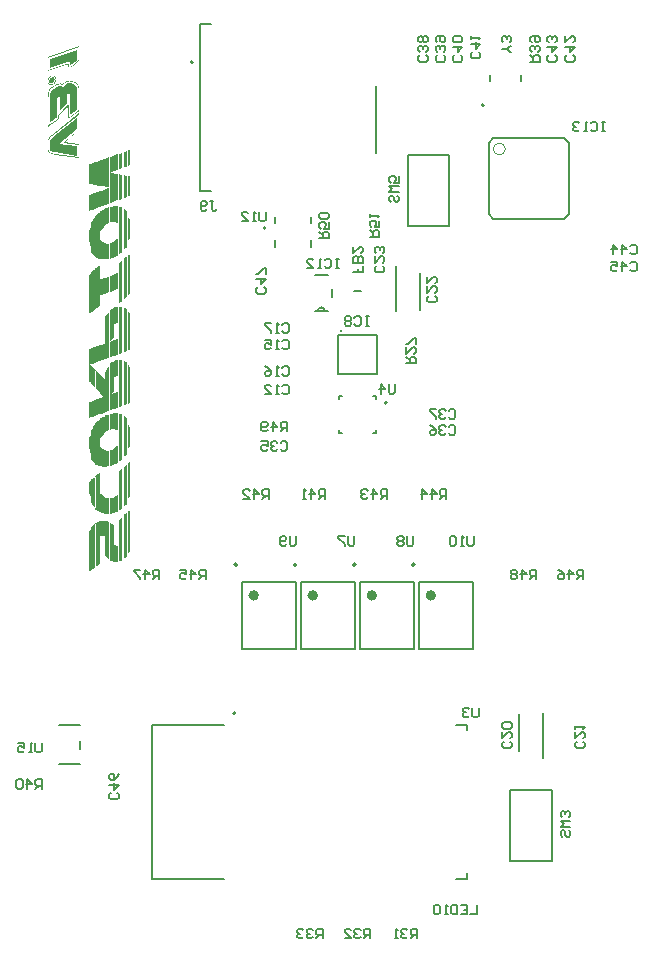
<source format=gbo>
G04*
G04 #@! TF.GenerationSoftware,Altium Limited,Altium Designer,19.1.5 (86)*
G04*
G04 Layer_Color=32896*
%FSLAX25Y25*%
%MOIN*%
G70*
G01*
G75*
%ADD10C,0.00787*%
%ADD13C,0.00600*%
%ADD15C,0.01000*%
%ADD17C,0.00500*%
%ADD18C,0.00800*%
%ADD186C,0.00000*%
G36*
X-35827Y-59050D02*
Y-61417D01*
X-33467D01*
Y-59050D01*
X-35827D01*
D02*
G37*
G36*
X-16142D02*
Y-61417D01*
X-13782D01*
Y-59050D01*
X-16142D01*
D02*
G37*
G36*
X3543D02*
Y-61417D01*
X5903D01*
Y-59050D01*
X3543D01*
D02*
G37*
G36*
X23228D02*
Y-61417D01*
X25588D01*
Y-59050D01*
X23228D01*
D02*
G37*
G36*
X-92726Y118202D02*
X-92809Y118086D01*
X-92908Y117970D01*
X-93124Y117754D01*
X-93224Y117671D01*
X-93290Y117588D01*
X-93357Y117538D01*
X-93373Y117521D01*
X-93705Y117239D01*
X-93871Y117106D01*
X-94021Y116990D01*
X-94137Y116891D01*
X-94236Y116808D01*
X-94303Y116758D01*
X-94319Y116741D01*
X-94651Y116476D01*
X-94801Y116359D01*
X-94934Y116260D01*
X-95050Y116177D01*
X-95133Y116110D01*
X-95183Y116077D01*
X-95199Y116061D01*
X-95332Y115961D01*
X-95448Y115895D01*
X-95531Y115845D01*
X-95581Y115812D01*
X-95631Y115778D01*
X-95664Y115762D01*
X-95681D01*
X-96560D01*
Y116774D01*
X-103300Y114467D01*
Y119098D01*
X-92726Y122767D01*
Y118202D01*
D02*
G37*
G36*
X-95664Y111296D02*
X-95498Y111280D01*
X-95332Y111247D01*
X-95199Y111213D01*
X-95100Y111197D01*
X-95017Y111164D01*
X-95000D01*
X-94784Y111097D01*
X-94585Y111014D01*
X-94402Y110931D01*
X-94236Y110865D01*
X-94104Y110798D01*
X-94004Y110732D01*
X-93938Y110699D01*
X-93921Y110682D01*
X-93738Y110549D01*
X-93572Y110417D01*
X-93440Y110284D01*
X-93307Y110151D01*
X-93207Y110051D01*
X-93141Y109952D01*
X-93091Y109885D01*
X-93074Y109869D01*
X-92958Y109686D01*
X-92875Y109487D01*
X-92809Y109288D01*
X-92776Y109122D01*
X-92742Y108956D01*
X-92726Y108840D01*
Y101519D01*
X-93008Y101253D01*
X-93307Y100988D01*
X-93589Y100755D01*
X-93855Y100523D01*
X-94104Y100340D01*
X-94286Y100208D01*
X-94353Y100141D01*
X-94402Y100108D01*
X-94436Y100091D01*
X-94452Y100075D01*
X-94834Y99809D01*
X-95199Y99544D01*
X-95564Y99311D01*
X-95880Y99095D01*
X-96162Y98913D01*
X-96278Y98830D01*
X-96378Y98763D01*
X-96461Y98714D01*
X-96527Y98680D01*
X-96560Y98664D01*
X-96577Y98647D01*
Y103030D01*
X-99449Y99643D01*
Y98946D01*
X-99698Y98697D01*
X-99897Y98514D01*
X-99980Y98431D01*
X-100046Y98382D01*
X-100080Y98348D01*
X-100096Y98332D01*
X-100312Y98149D01*
X-100511Y97983D01*
X-100578Y97917D01*
X-100644Y97867D01*
X-100677Y97850D01*
X-100694Y97834D01*
X-100893Y97668D01*
X-101076Y97535D01*
X-101142Y97485D01*
X-101192Y97435D01*
X-101225Y97419D01*
X-101242Y97402D01*
X-101441Y97253D01*
X-101623Y97137D01*
X-101690Y97070D01*
X-101756Y97037D01*
X-101789Y97020D01*
X-101806Y97004D01*
X-103300Y95941D01*
Y105719D01*
X-103283Y106117D01*
X-103250Y106466D01*
X-103217Y106748D01*
X-103200Y106980D01*
X-103167Y107146D01*
Y107196D01*
X-103151Y107246D01*
Y107279D01*
X-103084Y107545D01*
X-103018Y107794D01*
X-102935Y108010D01*
X-102868Y108192D01*
X-102785Y108325D01*
X-102736Y108441D01*
X-102702Y108508D01*
X-102686Y108524D01*
X-102553Y108707D01*
X-102420Y108856D01*
X-102271Y109006D01*
X-102138Y109122D01*
X-102022Y109205D01*
X-101922Y109288D01*
X-101856Y109321D01*
X-101839Y109338D01*
X-101640Y109454D01*
X-101424Y109570D01*
X-101208Y109670D01*
X-101009Y109769D01*
X-100843Y109852D01*
X-100710Y109919D01*
X-100627Y109952D01*
X-100594Y109968D01*
X-100378Y110068D01*
X-100412D01*
X-100196Y110151D01*
X-99980Y110217D01*
X-99880Y110251D01*
X-99814Y110267D01*
X-99764Y110284D01*
X-99748D01*
X-99465Y110350D01*
X-99333Y110367D01*
X-99233Y110383D01*
X-99150Y110400D01*
X-99067D01*
X-99034D01*
X-99017D01*
X-98868Y110383D01*
X-98752Y110367D01*
X-98669Y110350D01*
X-98635Y110334D01*
X-98519Y110300D01*
X-98420Y110267D01*
X-98353Y110251D01*
X-98337D01*
X-98154Y110417D01*
X-97971Y110566D01*
X-97789Y110682D01*
X-97623Y110798D01*
X-97490Y110898D01*
X-97374Y110964D01*
X-97307Y110998D01*
X-97274Y111014D01*
X-97042Y111114D01*
X-96826Y111197D01*
X-96610Y111247D01*
X-96428Y111296D01*
X-96278Y111313D01*
X-96145Y111330D01*
X-96079D01*
X-96046D01*
X-95996D01*
X-95664Y111296D01*
D02*
G37*
G36*
X-101441Y113056D02*
X-101275Y113023D01*
X-101142Y112973D01*
X-101026Y112907D01*
X-100943Y112840D01*
X-100860Y112790D01*
X-100827Y112757D01*
X-100810Y112741D01*
X-100710Y112608D01*
X-100627Y112458D01*
X-100578Y112309D01*
X-100528Y112143D01*
X-100511Y112010D01*
X-100495Y111894D01*
Y111794D01*
X-100511Y111579D01*
X-100544Y111379D01*
X-100611Y111197D01*
X-100661Y111031D01*
X-100727Y110898D01*
X-100793Y110782D01*
X-100827Y110715D01*
X-100843Y110699D01*
X-100976Y110533D01*
X-101125Y110383D01*
X-101258Y110251D01*
X-101391Y110151D01*
X-101507Y110085D01*
X-101590Y110035D01*
X-101657Y110002D01*
X-101673Y109985D01*
X-101839Y109919D01*
X-102005Y109885D01*
X-102088Y109869D01*
X-102138D01*
X-102171D01*
X-102188D01*
X-102370Y109885D01*
X-102520Y109919D01*
X-102669Y109968D01*
X-102785Y110035D01*
X-102868Y110101D01*
X-102951Y110151D01*
X-102985Y110184D01*
X-103001Y110201D01*
X-103101Y110350D01*
X-103167Y110500D01*
X-103234Y110666D01*
X-103267Y110815D01*
X-103283Y110948D01*
X-103300Y111064D01*
Y111164D01*
X-103283Y111379D01*
X-103250Y111562D01*
Y111628D01*
X-103234Y111695D01*
X-103217Y111728D01*
Y111745D01*
X-103151Y111944D01*
X-103068Y112110D01*
X-103018Y112176D01*
X-103001Y112226D01*
X-102968Y112243D01*
Y112259D01*
X-102852Y112392D01*
X-102752Y112525D01*
X-102636Y112624D01*
X-102536Y112707D01*
X-102453Y112774D01*
X-102387Y112824D01*
X-102337Y112840D01*
X-102321Y112857D01*
X-102188Y112923D01*
X-102055Y112990D01*
X-101939Y113023D01*
X-101823Y113039D01*
X-101740Y113056D01*
X-101673Y113073D01*
X-101623D01*
X-101607D01*
X-101441Y113056D01*
D02*
G37*
G36*
X-92726Y94829D02*
X-97639Y90862D01*
X-92726Y90198D01*
Y85483D01*
X-100993Y86728D01*
X-101059Y86745D01*
X-101076D01*
X-101092D01*
X-101175Y86762D01*
X-101192D01*
X-101208D01*
X-101441Y86828D01*
X-101657Y86878D01*
X-101756Y86911D01*
X-101823Y86928D01*
X-101872Y86944D01*
X-101889D01*
X-102155Y87044D01*
X-102271Y87094D01*
X-102370Y87143D01*
X-102453Y87177D01*
X-102520Y87210D01*
X-102553Y87243D01*
X-102570D01*
X-102785Y87392D01*
X-102951Y87558D01*
X-103018Y87608D01*
X-103068Y87658D01*
X-103084Y87691D01*
X-103101Y87708D01*
X-103167Y87824D01*
X-103217Y87940D01*
X-103267Y88156D01*
X-103283Y88256D01*
X-103300Y88322D01*
Y91310D01*
X-103283Y91509D01*
X-103217Y91692D01*
X-103200Y91758D01*
X-103167Y91808D01*
X-103151Y91841D01*
Y91858D01*
X-103018Y92074D01*
X-102902Y92256D01*
X-102852Y92323D01*
X-102802Y92372D01*
X-102785Y92406D01*
X-102769Y92422D01*
X-102603Y92605D01*
X-102453Y92771D01*
X-102337Y92870D01*
X-102321Y92887D01*
X-102304Y92904D01*
X-102155Y93036D01*
X-102038Y93136D01*
X-101972Y93202D01*
X-101955Y93219D01*
X-92726Y100506D01*
Y94829D01*
D02*
G37*
G36*
X-75724Y83138D02*
X-76412Y82988D01*
Y88186D01*
X-75724Y88336D01*
Y83138D01*
D02*
G37*
G36*
X-76884Y82709D02*
X-77980Y82408D01*
Y87606D01*
X-76884Y87907D01*
Y82709D01*
D02*
G37*
G36*
X-78366Y82171D02*
X-79526Y81849D01*
Y87026D01*
X-78366Y87348D01*
Y82171D01*
D02*
G37*
G36*
X-79870Y81613D02*
X-81116Y81269D01*
Y86446D01*
X-79870Y86811D01*
Y81613D01*
D02*
G37*
G36*
X-81331Y81098D02*
X-82684Y80689D01*
Y85866D01*
X-81331Y86274D01*
Y81098D01*
D02*
G37*
G36*
X-84316Y76071D02*
X-85820Y76286D01*
Y76350D01*
X-87388Y76587D01*
Y76623D01*
X-88956Y76887D01*
Y76925D01*
X-89450Y76973D01*
Y83439D01*
X-88956Y83518D01*
Y76925D01*
X-88784Y76909D01*
Y83546D01*
X-88956Y83518D01*
Y83611D01*
X-87388Y84079D01*
Y76623D01*
X-87302Y76608D01*
Y84105D01*
X-87388Y84079D01*
Y84191D01*
X-85820Y84642D01*
Y84749D01*
X-84316Y85179D01*
Y76071D01*
D02*
G37*
G36*
X-82834Y80732D02*
X-83135Y80668D01*
X-82834Y80539D01*
Y75792D01*
X-84252Y76007D01*
Y85308D01*
X-82834Y85737D01*
Y80732D01*
D02*
G37*
G36*
X-75724Y79401D02*
Y72935D01*
X-76412Y72785D01*
Y79465D01*
X-75724Y79401D01*
D02*
G37*
G36*
X-76884Y79615D02*
Y72505D01*
X-77980Y72205D01*
Y79766D01*
X-76884Y79615D01*
D02*
G37*
G36*
X-78366Y79895D02*
Y71969D01*
X-79526Y71646D01*
Y80066D01*
X-78366Y79895D01*
D02*
G37*
G36*
X-79870Y80152D02*
Y71410D01*
X-81116Y71066D01*
Y80367D01*
X-79870Y80152D01*
D02*
G37*
G36*
X-81331Y80475D02*
Y70894D01*
X-82684Y70486D01*
Y75706D01*
X-82018D01*
X-82684Y75727D01*
Y80646D01*
X-81331Y80475D01*
D02*
G37*
G36*
X-82834Y70336D02*
X-84252Y69906D01*
Y75147D01*
X-82834Y75577D01*
Y70336D01*
D02*
G37*
G36*
X-84316Y69778D02*
X-85820Y69369D01*
Y69240D01*
X-87302Y68814D01*
Y68704D01*
X-88784Y68261D01*
Y73408D01*
X-88956Y73380D01*
Y73451D01*
X-87388Y73939D01*
Y68789D01*
X-87302Y68814D01*
Y73966D01*
X-87388Y73939D01*
Y74031D01*
X-85820Y74482D01*
Y74611D01*
X-84316Y75040D01*
Y69778D01*
D02*
G37*
G36*
X-88956Y68209D02*
X-88784Y68261D01*
Y68145D01*
X-89450Y68038D01*
Y73300D01*
X-88956Y73380D01*
Y68209D01*
D02*
G37*
G36*
X-81331Y64150D02*
X-81352D01*
X-81395D01*
X-81481D01*
X-81567D01*
X-81782D01*
X-81868Y64128D01*
X-81954D01*
X-81975D01*
X-82061D01*
X-82190D01*
X-82319Y64107D01*
X-82684Y64085D01*
Y69240D01*
X-82662D01*
X-82641Y69262D01*
X-82512Y69283D01*
X-82383Y69305D01*
X-82276Y69326D01*
X-82254D01*
X-82190Y69348D01*
X-82104D01*
X-81996Y69369D01*
X-81331Y69455D01*
Y64150D01*
D02*
G37*
G36*
X-79870Y63828D02*
X-79891D01*
X-79977Y63871D01*
X-80085Y63892D01*
X-80257Y63956D01*
X-80428Y63999D01*
X-80643Y64064D01*
X-81116Y64150D01*
Y69455D01*
X-81094D01*
X-81051Y69477D01*
X-80901Y69498D01*
X-80751Y69520D01*
X-80686D01*
X-80643D01*
X-80622D01*
X-80579D01*
X-80514D01*
X-80428D01*
X-79870D01*
Y63828D01*
D02*
G37*
G36*
X-82834Y63978D02*
X-82877Y63956D01*
X-82942Y63892D01*
X-83049Y63828D01*
X-83135Y63785D01*
X-83156D01*
X-83178Y63763D01*
X-83307Y63699D01*
X-83328D01*
X-83350Y63677D01*
X-83414Y63656D01*
X-83521Y63613D01*
X-83650Y63548D01*
X-83801Y63462D01*
X-84016Y63376D01*
X-84252Y63248D01*
Y68704D01*
X-84230D01*
X-84187Y68725D01*
X-84123Y68768D01*
X-84037Y68811D01*
X-83822Y68875D01*
X-83629Y68961D01*
X-83607D01*
X-83586Y68983D01*
X-83521Y69004D01*
X-83436Y69026D01*
X-83328Y69047D01*
X-83178Y69069D01*
X-83027Y69112D01*
X-82834Y69133D01*
Y63978D01*
D02*
G37*
G36*
X-76390Y65761D02*
X-76326Y65675D01*
X-76218Y65525D01*
X-76111Y65331D01*
X-75982Y65116D01*
X-75875Y64880D01*
X-75810Y64622D01*
X-75767Y64386D01*
Y64279D01*
X-75746Y64150D01*
Y63806D01*
X-75724Y63591D01*
Y59682D01*
X-75767Y59532D01*
X-75810Y59317D01*
X-75896Y59059D01*
X-76003Y58758D01*
X-76175Y58415D01*
X-76412Y58049D01*
Y65804D01*
X-76390Y65761D01*
D02*
G37*
G36*
X-77937Y68704D02*
X-77851Y68661D01*
X-77722Y68596D01*
X-77572Y68510D01*
X-77206Y68252D01*
X-77035Y68102D01*
X-76884Y67952D01*
Y56030D01*
X-76927Y56009D01*
X-77013Y55880D01*
X-77121Y55708D01*
X-77249Y55558D01*
X-77271Y55515D01*
X-77314Y55472D01*
X-77378Y55429D01*
X-77486Y55343D01*
X-77614Y55278D01*
X-77765Y55171D01*
X-77980Y55064D01*
Y68725D01*
X-77937Y68704D01*
D02*
G37*
G36*
X-79376Y69369D02*
X-79268D01*
X-79075Y69348D01*
X-78989Y69326D01*
X-78903Y69305D01*
X-78860D01*
X-78774Y69262D01*
X-78603Y69219D01*
X-78366Y69155D01*
Y54247D01*
X-78409Y54226D01*
X-78495Y54140D01*
X-78624Y54011D01*
X-78774Y53882D01*
X-78817Y53861D01*
X-78860Y53818D01*
X-78946Y53775D01*
X-79032Y53732D01*
X-79183Y53667D01*
X-79333Y53603D01*
X-79526Y53539D01*
Y69391D01*
X-79505D01*
X-79462D01*
X-79376Y69369D01*
D02*
G37*
G36*
X-84316Y62861D02*
X-84338Y62840D01*
X-84381Y62796D01*
X-84445Y62711D01*
X-84531Y62603D01*
X-84746Y62345D01*
X-84939Y62066D01*
Y62045D01*
X-84982Y62002D01*
X-85047Y61916D01*
X-85132Y61808D01*
X-85261Y61680D01*
X-85412Y61551D01*
X-85605Y61379D01*
X-85820Y61207D01*
Y58350D01*
X-85777Y58329D01*
X-85691Y58243D01*
X-85541Y58135D01*
X-85347Y58007D01*
X-85111Y57835D01*
X-84853Y57663D01*
X-84316Y57341D01*
Y51756D01*
X-84359D01*
X-84467D01*
X-84617D01*
X-84810Y51777D01*
X-85047D01*
X-85304Y51799D01*
X-85820Y51863D01*
Y51949D01*
X-85841D01*
X-85927Y51971D01*
X-86035Y51992D01*
X-86185Y52035D01*
X-86486Y52100D01*
X-86615Y52142D01*
X-86743Y52185D01*
X-86765D01*
X-86787Y52207D01*
X-86851Y52250D01*
X-86937Y52293D01*
X-87130Y52422D01*
X-87388Y52593D01*
Y52837D01*
X-87409Y52851D01*
X-87495Y52916D01*
X-87710Y53088D01*
X-87968Y53324D01*
X-88247Y53625D01*
X-88526Y53968D01*
X-88763Y54355D01*
X-88956Y54785D01*
Y56202D01*
X-88999Y56288D01*
X-89106Y56610D01*
X-89235Y56997D01*
X-89343Y57448D01*
X-89429Y57921D01*
X-89450Y58415D01*
Y60949D01*
X-89429Y61057D01*
X-89407Y61250D01*
X-89364Y61486D01*
X-89278Y61744D01*
X-89171Y62066D01*
X-88999Y62410D01*
X-88956Y62479D01*
Y56202D01*
X-88934Y56159D01*
X-88892Y56052D01*
X-88849Y55966D01*
X-88806Y55901D01*
X-88784Y55858D01*
Y62754D01*
X-88956Y62479D01*
Y63677D01*
X-88934Y63720D01*
X-88913Y63785D01*
X-88870Y63871D01*
X-88741Y64085D01*
X-88569Y64407D01*
X-88354Y64751D01*
X-88075Y65138D01*
X-87710Y65546D01*
X-87388Y65885D01*
Y52837D01*
X-87345Y52808D01*
X-87323Y52765D01*
X-87302D01*
Y65976D01*
X-87388Y65885D01*
Y66319D01*
X-87366Y66341D01*
X-87280Y66427D01*
X-87152Y66556D01*
X-86958Y66727D01*
X-86743Y66899D01*
X-86464Y67114D01*
X-86164Y67307D01*
X-85820Y67522D01*
Y67780D01*
X-85798Y67801D01*
X-85712Y67844D01*
X-85584Y67930D01*
X-85412Y68016D01*
X-85197Y68124D01*
X-84939Y68252D01*
X-84639Y68403D01*
X-84316Y68532D01*
Y62861D01*
D02*
G37*
G36*
X-79870Y53088D02*
X-79891D01*
X-79913Y53066D01*
X-80042Y52980D01*
X-80214Y52873D01*
X-80385Y52787D01*
X-80428Y52765D01*
X-80471Y52744D01*
X-80557Y52722D01*
X-80643Y52679D01*
X-80772Y52636D01*
X-80922Y52593D01*
X-81116Y52551D01*
Y57899D01*
X-81094Y57921D01*
X-81030Y57985D01*
X-80922Y58071D01*
X-80772Y58178D01*
X-80600Y58329D01*
X-80385Y58479D01*
X-80149Y58672D01*
X-79870Y58866D01*
Y53088D01*
D02*
G37*
G36*
X-81331Y52336D02*
X-81352D01*
X-81438Y52293D01*
X-81567Y52250D01*
X-81739Y52207D01*
X-81932Y52142D01*
X-82168Y52100D01*
X-82405Y52035D01*
X-82684Y51992D01*
Y57104D01*
X-82662D01*
X-82619Y57126D01*
X-82533Y57147D01*
X-82426Y57169D01*
X-82168Y57255D01*
X-81868Y57384D01*
X-81846D01*
X-81760Y57427D01*
X-81696D01*
X-81610Y57448D01*
X-81481Y57491D01*
X-81331Y57512D01*
Y52336D01*
D02*
G37*
G36*
X-84123Y57169D02*
X-83994Y57147D01*
X-83822Y57126D01*
X-83457Y57061D01*
X-83264Y57040D01*
X-83092D01*
X-82834D01*
Y51863D01*
X-83113D01*
X-83156D01*
X-83264Y51820D01*
X-83393Y51799D01*
X-83565Y51777D01*
X-83607D01*
X-83650D01*
X-83736D01*
X-83822Y51756D01*
X-83951D01*
X-84080D01*
X-84252D01*
Y57190D01*
X-84209D01*
X-84123Y57169D01*
D02*
G37*
G36*
X-79870Y41875D02*
X-81116Y41531D01*
Y46772D01*
X-79870Y47116D01*
Y41875D01*
D02*
G37*
G36*
X-81331Y41359D02*
X-82684Y40951D01*
Y46192D01*
X-81331Y46601D01*
Y41359D01*
D02*
G37*
G36*
X-82834Y40801D02*
X-84252Y40393D01*
Y45612D01*
X-82834Y46042D01*
Y40801D01*
D02*
G37*
G36*
X-75724Y40500D02*
X-75746Y40479D01*
X-75767Y40414D01*
X-75832Y40350D01*
X-75875Y40286D01*
X-75896D01*
X-75918Y40264D01*
X-75961Y40242D01*
X-76025Y40200D01*
X-76111Y40178D01*
X-76240Y40114D01*
X-76412Y40049D01*
Y53174D01*
X-76390Y53195D01*
X-76304Y53238D01*
X-76240Y53281D01*
X-76175Y53302D01*
X-76154D01*
X-76089Y53324D01*
X-76047D01*
X-75961Y53345D01*
X-75853D01*
X-75724Y53367D01*
Y40500D01*
D02*
G37*
G36*
X-76884Y39211D02*
X-77980Y38567D01*
Y51992D01*
X-77937Y52035D01*
X-77851Y52100D01*
X-77722Y52207D01*
X-77593Y52314D01*
X-77550Y52336D01*
X-77507Y52357D01*
X-77443Y52400D01*
X-77335Y52443D01*
X-77228Y52486D01*
X-77078Y52529D01*
X-76884Y52593D01*
Y39211D01*
D02*
G37*
G36*
X-78366Y37987D02*
X-78388Y37966D01*
X-78474Y37901D01*
X-78581Y37815D01*
X-78753Y37729D01*
X-78925Y37622D01*
X-79118Y37536D01*
X-79311Y37450D01*
X-79526Y37386D01*
Y50381D01*
X-79505Y50403D01*
X-79440Y50510D01*
X-79354Y50639D01*
X-79247Y50789D01*
X-79204Y50832D01*
X-79140Y50875D01*
X-79054Y50940D01*
X-78946Y51025D01*
X-78796Y51111D01*
X-78603Y51219D01*
X-78366Y51348D01*
Y37987D01*
D02*
G37*
G36*
X-85820Y45076D02*
X-84316Y45505D01*
Y40242D01*
X-85820Y39834D01*
Y36591D01*
X-85841Y36569D01*
X-85863Y36527D01*
X-85927Y36462D01*
X-85992Y36376D01*
X-86185Y36183D01*
X-86400Y35968D01*
X-86421Y35947D01*
X-86464Y35925D01*
X-86529Y35861D01*
X-86636Y35796D01*
X-86765Y35689D01*
X-86937Y35603D01*
X-87152Y35495D01*
X-87302Y35413D01*
Y35152D01*
X-87323Y35130D01*
X-87366Y35087D01*
X-87452Y35023D01*
X-87560Y34958D01*
X-87796Y34744D01*
X-88054Y34550D01*
X-88075D01*
X-88118Y34507D01*
X-88183Y34464D01*
X-88269Y34400D01*
X-88398Y34336D01*
X-88569Y34250D01*
X-88741Y34164D01*
X-88784Y34146D01*
Y33970D01*
X-88806D01*
X-88827Y33949D01*
X-88934Y33884D01*
X-89063Y33799D01*
X-89171Y33777D01*
X-89450D01*
Y46536D01*
X-89429Y46558D01*
X-89407Y46622D01*
X-89364Y46708D01*
X-89278Y46794D01*
X-89171Y46901D01*
X-88999Y47030D01*
X-88956Y47056D01*
Y34078D01*
X-88784Y34146D01*
Y47159D01*
X-88956Y47056D01*
Y47374D01*
X-88934Y47395D01*
X-88892Y47438D01*
X-88849Y47503D01*
X-88763Y47589D01*
X-88569Y47782D01*
X-88354Y47975D01*
X-88333Y47997D01*
X-88290Y48018D01*
X-88226Y48083D01*
X-88118Y48147D01*
X-87968Y48233D01*
X-87796Y48340D01*
X-87560Y48448D01*
X-87388Y48534D01*
Y35367D01*
X-87302Y35413D01*
Y48577D01*
X-87388Y48534D01*
Y48770D01*
X-87366D01*
X-87345Y48813D01*
X-87280Y48856D01*
X-87195Y48899D01*
X-87001Y49049D01*
X-86765Y49221D01*
X-86743Y49243D01*
X-86701Y49264D01*
X-86615Y49307D01*
X-86507Y49371D01*
X-86378Y49436D01*
X-86228Y49522D01*
X-86035Y49586D01*
X-85820Y49651D01*
Y45076D01*
D02*
G37*
G36*
X-79870Y30791D02*
X-80042Y30705D01*
X-80063Y30684D01*
X-80128Y30662D01*
X-80214Y30598D01*
X-80343Y30534D01*
X-80385Y30512D01*
X-80428Y30491D01*
X-80493Y30448D01*
X-80600Y30405D01*
X-80729Y30362D01*
X-80901Y30297D01*
X-81116Y30233D01*
Y35753D01*
X-81094D01*
X-81030Y35775D01*
X-80901Y35818D01*
X-80751Y35839D01*
X-80579Y35882D01*
X-80364Y35925D01*
X-80128Y35947D01*
X-79870Y35968D01*
Y30791D01*
D02*
G37*
G36*
X-81331Y25615D02*
X-82684Y24476D01*
Y34765D01*
X-82662Y34787D01*
X-82641Y34808D01*
X-82512Y34894D01*
X-82362Y35023D01*
X-82190Y35152D01*
X-82168D01*
X-82147Y35173D01*
X-82082Y35216D01*
X-81996Y35259D01*
X-81868Y35302D01*
X-81717Y35367D01*
X-81545Y35431D01*
X-81331Y35495D01*
Y25615D01*
D02*
G37*
G36*
X-76390Y34400D02*
X-76304Y34314D01*
X-76197Y34185D01*
X-76068Y34035D01*
X-75939Y33841D01*
X-75832Y33648D01*
X-75746Y33455D01*
X-75724Y33240D01*
Y21576D01*
X-76412Y21426D01*
Y34421D01*
X-76390Y34400D01*
D02*
G37*
G36*
X-77808Y35667D02*
X-77722Y35646D01*
X-77507Y35603D01*
X-77400Y35560D01*
X-77335Y35538D01*
X-77314Y35517D01*
X-77206Y35495D01*
X-77078Y35431D01*
X-76884Y35324D01*
Y21147D01*
X-77980Y20846D01*
Y35689D01*
X-77958D01*
X-77894D01*
X-77808Y35667D01*
D02*
G37*
G36*
X-79161Y35968D02*
X-78989D01*
X-78796Y35947D01*
X-78366Y35882D01*
Y20610D01*
X-79526Y20288D01*
Y35989D01*
X-79505D01*
X-79419D01*
X-79311D01*
X-79161Y35968D01*
D02*
G37*
G36*
X-79870Y20051D02*
X-81116Y19708D01*
Y24949D01*
X-79870Y25292D01*
Y20051D01*
D02*
G37*
G36*
X-81331Y19536D02*
X-82684Y19128D01*
Y24369D01*
X-81331Y24777D01*
Y19536D01*
D02*
G37*
G36*
X-82834Y24218D02*
X-82899Y24197D01*
X-82834Y23896D01*
Y18977D01*
X-84252Y18548D01*
Y32488D01*
X-84230Y32510D01*
X-84187Y32639D01*
X-84080Y32810D01*
X-83930Y33047D01*
X-83736Y33305D01*
X-83500Y33605D01*
X-83199Y33927D01*
X-82834Y34228D01*
Y24218D01*
D02*
G37*
G36*
X-84316Y18419D02*
X-85820Y18011D01*
Y17882D01*
X-87302Y17456D01*
Y17345D01*
X-88784Y16902D01*
Y22049D01*
X-88956Y22021D01*
Y22092D01*
X-87388Y22581D01*
Y17431D01*
X-87302Y17456D01*
Y22607D01*
X-87388Y22581D01*
Y22672D01*
X-85820Y23144D01*
Y23230D01*
X-84316Y23703D01*
Y18419D01*
D02*
G37*
G36*
X-79870Y12877D02*
X-79891D01*
X-79934D01*
X-79999Y12855D01*
X-80085D01*
X-80278Y12813D01*
X-80428Y12770D01*
X-80450D01*
X-80514Y12748D01*
X-80579Y12727D01*
X-80665Y12684D01*
X-80772Y12641D01*
X-80922Y12576D01*
X-81116Y12512D01*
Y18011D01*
X-81094D01*
X-81051Y18032D01*
X-80987Y18054D01*
X-80901Y18075D01*
X-80708Y18118D01*
X-80536Y18140D01*
X-80493D01*
X-80450D01*
X-80385Y18161D01*
X-80278D01*
X-80171Y18183D01*
X-80042D01*
X-79870Y18204D01*
Y12877D01*
D02*
G37*
G36*
X-81331Y7700D02*
X-82684Y6712D01*
Y16980D01*
X-82662Y17001D01*
X-82641Y17023D01*
X-82512Y17130D01*
X-82362Y17280D01*
X-82190Y17409D01*
X-82168D01*
X-82147Y17452D01*
X-82082Y17474D01*
X-81996Y17538D01*
X-81889Y17581D01*
X-81739Y17646D01*
X-81545Y17710D01*
X-81331Y17774D01*
Y7700D01*
D02*
G37*
G36*
X-76390Y16507D02*
X-76304Y16421D01*
X-76197Y16271D01*
X-76068Y16099D01*
X-75939Y15906D01*
X-75832Y15691D01*
X-75746Y15455D01*
X-75724Y15218D01*
Y3877D01*
X-76412Y3726D01*
Y16529D01*
X-76390Y16507D01*
D02*
G37*
G36*
X-77872Y17882D02*
X-77743Y17839D01*
X-77593Y17796D01*
X-77249Y17667D01*
X-76884Y17495D01*
Y3447D01*
X-77980Y3147D01*
Y17903D01*
X-77958D01*
X-77872Y17882D01*
D02*
G37*
G36*
X-79097Y18183D02*
X-78989D01*
X-78925Y18161D01*
X-78882D01*
X-78796Y18140D01*
X-78624Y18118D01*
X-78366Y18097D01*
Y2910D01*
X-79526Y2588D01*
Y18204D01*
X-79505D01*
X-79462D01*
X-79376D01*
X-79290D01*
X-79097Y18183D01*
D02*
G37*
G36*
X-79870Y2352D02*
X-81116Y2008D01*
Y7249D01*
X-79870Y7593D01*
Y2352D01*
D02*
G37*
G36*
X-81331Y1836D02*
X-82684Y1428D01*
Y6669D01*
X-81331Y7077D01*
Y1836D01*
D02*
G37*
G36*
X-82834Y6519D02*
X-82942Y6476D01*
X-82834Y6218D01*
Y1278D01*
X-84252Y848D01*
Y13178D01*
X-84230Y13264D01*
X-84209Y13414D01*
X-84166Y13607D01*
X-84123Y13844D01*
X-84080Y14101D01*
X-83930Y14660D01*
X-83908Y14703D01*
X-83887Y14789D01*
X-83801Y14939D01*
X-83693Y15154D01*
X-83565Y15390D01*
X-83371Y15648D01*
X-83135Y15949D01*
X-82834Y16249D01*
Y6519D01*
D02*
G37*
G36*
X-88956Y16851D02*
X-88784Y16902D01*
Y16786D01*
X-89383Y16690D01*
X-88784Y16400D01*
Y16092D01*
X-87302Y14918D01*
Y14637D01*
X-85820Y13500D01*
Y13156D01*
X-84316Y12018D01*
Y6068D01*
X-84544Y5999D01*
X-84316Y5810D01*
Y719D01*
X-85820Y311D01*
Y182D01*
X-87302Y-244D01*
Y-355D01*
X-88784Y-797D01*
Y4349D01*
X-88956Y4322D01*
Y4392D01*
X-87388Y4881D01*
Y-269D01*
X-87302Y-244D01*
Y4908D01*
X-87388Y4881D01*
Y4972D01*
X-85820Y5423D01*
Y5552D01*
X-84810Y5917D01*
X-84544Y5999D01*
X-85820Y7056D01*
Y7443D01*
X-87388Y8753D01*
Y9106D01*
X-88956Y10450D01*
Y10753D01*
X-89450Y11008D01*
Y16722D01*
Y21942D01*
X-88956Y22021D01*
Y16851D01*
D02*
G37*
G36*
Y-849D02*
X-88784Y-797D01*
Y-913D01*
X-89450Y-1021D01*
Y4242D01*
X-88956Y4322D01*
Y-849D01*
D02*
G37*
G36*
X-81331Y-4908D02*
X-81352D01*
X-81395D01*
X-81481D01*
X-81567D01*
X-81782D01*
X-81868Y-4930D01*
X-81954D01*
X-81975D01*
X-82061D01*
X-82190D01*
X-82319Y-4951D01*
X-82684Y-4973D01*
Y182D01*
X-82662D01*
X-82641Y204D01*
X-82512Y225D01*
X-82383Y247D01*
X-82276Y268D01*
X-82254D01*
X-82190Y290D01*
X-82104D01*
X-81996Y311D01*
X-81331Y397D01*
Y-4908D01*
D02*
G37*
G36*
X-79870Y-5231D02*
X-79891D01*
X-79977Y-5188D01*
X-80085Y-5166D01*
X-80257Y-5102D01*
X-80428Y-5059D01*
X-80643Y-4994D01*
X-81116Y-4908D01*
Y397D01*
X-81094D01*
X-81051Y419D01*
X-80901Y440D01*
X-80751Y462D01*
X-80686D01*
X-80643D01*
X-80622D01*
X-80579D01*
X-80514D01*
X-80428D01*
X-79870D01*
Y-5231D01*
D02*
G37*
G36*
X-82834Y-5080D02*
X-82877Y-5102D01*
X-82942Y-5166D01*
X-83049Y-5231D01*
X-83135Y-5274D01*
X-83156D01*
X-83178Y-5295D01*
X-83307Y-5359D01*
X-83328D01*
X-83350Y-5381D01*
X-83414Y-5403D01*
X-83521Y-5445D01*
X-83650Y-5510D01*
X-83801Y-5596D01*
X-84016Y-5682D01*
X-84252Y-5811D01*
Y-355D01*
X-84230D01*
X-84187Y-333D01*
X-84123Y-290D01*
X-84037Y-247D01*
X-83822Y-183D01*
X-83629Y-97D01*
X-83607D01*
X-83586Y-75D01*
X-83521Y-54D01*
X-83436Y-33D01*
X-83328Y-11D01*
X-83178Y10D01*
X-83027Y53D01*
X-82834Y75D01*
Y-5080D01*
D02*
G37*
G36*
X-76390Y-3297D02*
X-76326Y-3383D01*
X-76218Y-3534D01*
X-76111Y-3727D01*
X-75982Y-3942D01*
X-75875Y-4178D01*
X-75810Y-4436D01*
X-75767Y-4672D01*
Y-4780D01*
X-75746Y-4908D01*
Y-5252D01*
X-75724Y-5467D01*
Y-9376D01*
X-75767Y-9527D01*
X-75810Y-9741D01*
X-75896Y-9999D01*
X-76003Y-10300D01*
X-76175Y-10644D01*
X-76412Y-11009D01*
Y-3255D01*
X-76390Y-3297D01*
D02*
G37*
G36*
X-77937Y-355D02*
X-77851Y-398D01*
X-77722Y-462D01*
X-77572Y-548D01*
X-77206Y-806D01*
X-77035Y-956D01*
X-76884Y-1106D01*
Y-13028D01*
X-76927Y-13049D01*
X-77013Y-13178D01*
X-77121Y-13350D01*
X-77249Y-13500D01*
X-77271Y-13543D01*
X-77314Y-13586D01*
X-77378Y-13629D01*
X-77486Y-13715D01*
X-77614Y-13780D01*
X-77765Y-13887D01*
X-77980Y-13995D01*
Y-333D01*
X-77937Y-355D01*
D02*
G37*
G36*
X-79376Y311D02*
X-79268D01*
X-79075Y290D01*
X-78989Y268D01*
X-78903Y247D01*
X-78860D01*
X-78774Y204D01*
X-78603Y161D01*
X-78366Y96D01*
Y-14811D01*
X-78409Y-14832D01*
X-78495Y-14918D01*
X-78624Y-15047D01*
X-78774Y-15176D01*
X-78817Y-15197D01*
X-78860Y-15240D01*
X-78946Y-15283D01*
X-79032Y-15326D01*
X-79183Y-15391D01*
X-79333Y-15455D01*
X-79526Y-15520D01*
Y333D01*
X-79505D01*
X-79462D01*
X-79376Y311D01*
D02*
G37*
G36*
X-84316Y-6197D02*
X-84338Y-6219D01*
X-84381Y-6262D01*
X-84445Y-6348D01*
X-84531Y-6455D01*
X-84746Y-6713D01*
X-84939Y-6992D01*
Y-7013D01*
X-84982Y-7056D01*
X-85047Y-7142D01*
X-85132Y-7250D01*
X-85261Y-7379D01*
X-85412Y-7508D01*
X-85605Y-7679D01*
X-85820Y-7851D01*
Y-10708D01*
X-85777Y-10729D01*
X-85691Y-10815D01*
X-85541Y-10923D01*
X-85347Y-11052D01*
X-85111Y-11224D01*
X-84853Y-11395D01*
X-84316Y-11718D01*
Y-17302D01*
X-84359D01*
X-84467D01*
X-84617D01*
X-84810Y-17281D01*
X-85047D01*
X-85304Y-17259D01*
X-85820Y-17195D01*
Y-17109D01*
X-85841D01*
X-85927Y-17088D01*
X-86035Y-17066D01*
X-86185Y-17023D01*
X-86486Y-16959D01*
X-86615Y-16916D01*
X-86743Y-16873D01*
X-86765D01*
X-86787Y-16851D01*
X-86851Y-16808D01*
X-86937Y-16765D01*
X-87130Y-16636D01*
X-87388Y-16465D01*
Y-16221D01*
X-87409Y-16207D01*
X-87495Y-16142D01*
X-87710Y-15971D01*
X-87968Y-15734D01*
X-88247Y-15434D01*
X-88526Y-15090D01*
X-88763Y-14703D01*
X-88956Y-14274D01*
Y-12856D01*
X-88999Y-12770D01*
X-89106Y-12448D01*
X-89235Y-12061D01*
X-89343Y-11610D01*
X-89429Y-11138D01*
X-89450Y-10644D01*
Y-8109D01*
X-89429Y-8002D01*
X-89407Y-7808D01*
X-89364Y-7572D01*
X-89278Y-7314D01*
X-89171Y-6992D01*
X-88999Y-6648D01*
X-88956Y-6580D01*
Y-12856D01*
X-88934Y-12899D01*
X-88892Y-13006D01*
X-88849Y-13092D01*
X-88806Y-13157D01*
X-88784Y-13200D01*
Y-6305D01*
X-88956Y-6580D01*
Y-5381D01*
X-88934Y-5338D01*
X-88913Y-5274D01*
X-88870Y-5188D01*
X-88741Y-4973D01*
X-88569Y-4651D01*
X-88354Y-4307D01*
X-88075Y-3920D01*
X-87710Y-3512D01*
X-87388Y-3173D01*
Y-16221D01*
X-87345Y-16250D01*
X-87323Y-16293D01*
X-87302D01*
Y-3083D01*
X-87388Y-3173D01*
Y-2739D01*
X-87366Y-2717D01*
X-87280Y-2632D01*
X-87152Y-2503D01*
X-86958Y-2331D01*
X-86743Y-2159D01*
X-86464Y-1944D01*
X-86164Y-1751D01*
X-85820Y-1536D01*
Y-1278D01*
X-85798Y-1257D01*
X-85712Y-1214D01*
X-85584Y-1128D01*
X-85412Y-1042D01*
X-85197Y-935D01*
X-84939Y-806D01*
X-84639Y-655D01*
X-84316Y-526D01*
Y-6197D01*
D02*
G37*
G36*
X-79870Y-15971D02*
X-79891D01*
X-79913Y-15992D01*
X-80042Y-16078D01*
X-80214Y-16185D01*
X-80385Y-16271D01*
X-80428Y-16293D01*
X-80471Y-16314D01*
X-80557Y-16336D01*
X-80643Y-16379D01*
X-80772Y-16422D01*
X-80922Y-16465D01*
X-81116Y-16508D01*
Y-11159D01*
X-81094Y-11138D01*
X-81030Y-11073D01*
X-80922Y-10987D01*
X-80772Y-10880D01*
X-80600Y-10729D01*
X-80385Y-10579D01*
X-80149Y-10386D01*
X-79870Y-10193D01*
Y-15971D01*
D02*
G37*
G36*
X-81331Y-16722D02*
X-81352D01*
X-81438Y-16765D01*
X-81567Y-16808D01*
X-81739Y-16851D01*
X-81932Y-16916D01*
X-82168Y-16959D01*
X-82405Y-17023D01*
X-82684Y-17066D01*
Y-11954D01*
X-82662D01*
X-82619Y-11932D01*
X-82533Y-11911D01*
X-82426Y-11889D01*
X-82168Y-11804D01*
X-81868Y-11675D01*
X-81846D01*
X-81760Y-11632D01*
X-81696D01*
X-81610Y-11610D01*
X-81481Y-11567D01*
X-81331Y-11546D01*
Y-16722D01*
D02*
G37*
G36*
X-84123Y-11889D02*
X-83994Y-11911D01*
X-83822Y-11932D01*
X-83457Y-11997D01*
X-83264Y-12018D01*
X-83092D01*
X-82834D01*
Y-17195D01*
X-83113D01*
X-83156D01*
X-83264Y-17238D01*
X-83393Y-17259D01*
X-83565Y-17281D01*
X-83607D01*
X-83650D01*
X-83736D01*
X-83822Y-17302D01*
X-83951D01*
X-84080D01*
X-84252D01*
Y-11868D01*
X-84209D01*
X-84123Y-11889D01*
D02*
G37*
G36*
X-85820Y-26152D02*
X-85798Y-26174D01*
X-85712Y-26217D01*
X-85605Y-26281D01*
X-85476Y-26367D01*
X-85197Y-26560D01*
X-85068Y-26668D01*
X-84961Y-26775D01*
X-84939Y-26797D01*
X-84918Y-26818D01*
X-84789Y-26947D01*
X-84574Y-27119D01*
X-84316Y-27312D01*
Y-32940D01*
X-84359D01*
X-84467Y-32918D01*
X-84617Y-32897D01*
X-84832Y-32854D01*
X-85068Y-32789D01*
X-85304Y-32725D01*
X-85820Y-32553D01*
Y-32381D01*
X-85841D01*
X-85863Y-32360D01*
X-85992Y-32317D01*
X-86164Y-32231D01*
X-86400Y-32102D01*
X-86658Y-31973D01*
X-86915Y-31801D01*
X-87173Y-31608D01*
X-87388Y-31415D01*
Y-31058D01*
X-87452Y-31007D01*
X-87603Y-30878D01*
X-87775Y-30727D01*
X-87968Y-30534D01*
X-88161Y-30319D01*
X-88333Y-30105D01*
X-88462Y-29868D01*
X-88483Y-29847D01*
X-88505Y-29761D01*
X-88569Y-29632D01*
X-88634Y-29460D01*
X-88698Y-29267D01*
X-88784Y-29052D01*
X-88956Y-28536D01*
Y-26977D01*
X-88977Y-26947D01*
X-89085Y-26754D01*
X-89214Y-26539D01*
X-89300Y-26302D01*
X-89386Y-26045D01*
X-89429Y-25809D01*
Y-25400D01*
X-89450Y-25207D01*
Y-22458D01*
X-89429Y-22436D01*
X-89386Y-22393D01*
X-89343Y-22350D01*
X-89257Y-22286D01*
X-89128Y-22221D01*
X-88977Y-22157D01*
X-88956Y-22147D01*
Y-26977D01*
X-88870Y-27097D01*
X-88806Y-27183D01*
X-88784Y-27226D01*
Y-22071D01*
X-88956Y-22147D01*
Y-21856D01*
X-88934Y-21835D01*
X-88849Y-21749D01*
X-88720Y-21598D01*
X-88526Y-21427D01*
X-88290Y-21233D01*
X-88011Y-21018D01*
X-87689Y-20804D01*
X-87388Y-20620D01*
Y-20374D01*
X-87366Y-20353D01*
X-87323Y-20331D01*
X-87238Y-20267D01*
X-87152Y-20202D01*
X-86937Y-20030D01*
X-86722Y-19880D01*
X-86701D01*
X-86658Y-19837D01*
X-86593Y-19794D01*
X-86507Y-19751D01*
X-86378Y-19687D01*
X-86228Y-19601D01*
X-86035Y-19536D01*
X-85820Y-19450D01*
Y-26152D01*
D02*
G37*
G36*
X-75724Y-26410D02*
X-75767Y-26539D01*
X-75810Y-26732D01*
X-75896Y-26990D01*
X-76003Y-27269D01*
X-76175Y-27570D01*
X-76412Y-27913D01*
Y-15992D01*
X-76369Y-15971D01*
X-76326Y-15949D01*
X-76261Y-15906D01*
X-76175Y-15863D01*
X-76068Y-15820D01*
X-75918Y-15756D01*
X-75724Y-15691D01*
Y-26410D01*
D02*
G37*
G36*
X-76884Y-29696D02*
X-76906Y-29718D01*
X-76992Y-29825D01*
X-77121Y-29976D01*
X-77249Y-30126D01*
X-77271Y-30147D01*
X-77335Y-30190D01*
X-77400Y-30233D01*
X-77486Y-30298D01*
X-77614Y-30384D01*
X-77786Y-30470D01*
X-77980Y-30556D01*
Y-17281D01*
X-76884Y-16615D01*
Y-29696D01*
D02*
G37*
G36*
X-78366Y-31243D02*
X-78388Y-31264D01*
X-78474Y-31329D01*
X-78603Y-31415D01*
X-78753Y-31522D01*
X-78796Y-31544D01*
X-78860Y-31587D01*
X-78925Y-31608D01*
X-79032Y-31672D01*
X-79161Y-31716D01*
X-79333Y-31780D01*
X-79526Y-31844D01*
Y-18870D01*
X-78366Y-17968D01*
Y-31243D01*
D02*
G37*
G36*
X-79870Y-32231D02*
X-79891D01*
X-79913Y-32252D01*
X-80063Y-32317D01*
X-80214Y-32403D01*
X-80385Y-32467D01*
X-80428Y-32489D01*
X-80471D01*
X-80536Y-32510D01*
X-80643Y-32532D01*
X-80772Y-32575D01*
X-80922Y-32596D01*
X-81116Y-32639D01*
Y-27355D01*
X-81094Y-27334D01*
X-81030Y-27312D01*
X-80922Y-27248D01*
X-80772Y-27162D01*
X-80600Y-27054D01*
X-80385Y-26947D01*
X-80149Y-26818D01*
X-79870Y-26668D01*
Y-32231D01*
D02*
G37*
G36*
X-81331Y-32811D02*
X-81352D01*
X-81416Y-32832D01*
X-81481Y-32854D01*
X-81588Y-32875D01*
X-81803Y-32918D01*
X-81911Y-32940D01*
X-81996Y-32961D01*
X-82039D01*
X-82082D01*
X-82147Y-32983D01*
X-82254D01*
X-82362Y-33004D01*
X-82512Y-33026D01*
X-82684Y-33047D01*
Y-27913D01*
X-82662D01*
X-82619Y-27892D01*
X-82490Y-27871D01*
X-82340Y-27849D01*
X-82190Y-27806D01*
X-82168Y-27785D01*
X-82082Y-27763D01*
X-81975Y-27742D01*
X-81846Y-27720D01*
X-81825D01*
X-81782Y-27699D01*
X-81674Y-27677D01*
X-81631D01*
X-81610D01*
X-81545D01*
X-81459Y-27656D01*
X-81331D01*
Y-32811D01*
D02*
G37*
G36*
X-84166Y-27570D02*
X-84058Y-27591D01*
X-83951Y-27613D01*
X-83693Y-27699D01*
X-83586Y-27720D01*
X-83479Y-27763D01*
X-83457D01*
X-83436D01*
X-83307Y-27806D01*
X-83092Y-27849D01*
X-82834Y-27913D01*
Y-33069D01*
X-83135D01*
X-83178D01*
X-83264D01*
X-83414D01*
X-83586D01*
X-83607D01*
X-83629D01*
X-83693D01*
X-83758Y-33047D01*
X-83973Y-33026D01*
X-84252Y-32961D01*
Y-27548D01*
X-84230D01*
X-84166Y-27570D01*
D02*
G37*
G36*
X-84531Y-35346D02*
X-84316Y-35389D01*
Y-40544D01*
X-84338D01*
X-84402D01*
X-84467Y-40522D01*
X-84574D01*
X-84746Y-40501D01*
X-84810D01*
X-84853D01*
X-85154D01*
X-85197D01*
X-85326D01*
X-85541Y-40522D01*
X-85820Y-40544D01*
Y-49608D01*
X-85841Y-49630D01*
X-85863Y-49651D01*
X-85992Y-49759D01*
X-86164Y-49931D01*
X-86378Y-50124D01*
X-86400D01*
X-86443Y-50167D01*
X-86507Y-50210D01*
X-86615Y-50274D01*
X-86743Y-50360D01*
X-86915Y-50446D01*
X-87130Y-50553D01*
X-87302Y-50625D01*
Y-50833D01*
X-87323Y-50854D01*
X-87366Y-50876D01*
X-87452Y-50940D01*
X-87538Y-51026D01*
X-87775Y-51198D01*
X-88011Y-51370D01*
X-88032D01*
X-88075Y-51413D01*
X-88140Y-51456D01*
X-88247Y-51499D01*
X-88376Y-51563D01*
X-88526Y-51649D01*
X-88720Y-51713D01*
X-88784Y-51737D01*
Y-37988D01*
X-88956Y-38159D01*
Y-51799D01*
X-88784Y-51737D01*
Y-51885D01*
X-88827Y-51907D01*
X-88956Y-51971D01*
X-89042Y-51993D01*
X-89149Y-52036D01*
X-89300Y-52078D01*
X-89450Y-52100D01*
Y-39062D01*
X-89429Y-38997D01*
X-89407Y-38890D01*
X-89364Y-38761D01*
X-89278Y-38589D01*
X-89171Y-38396D01*
X-88999Y-38202D01*
X-88956Y-38159D01*
Y-37580D01*
X-88934Y-37537D01*
X-88849Y-37451D01*
X-88741Y-37300D01*
X-88548Y-37128D01*
X-88333Y-36914D01*
X-88032Y-36677D01*
X-87689Y-36441D01*
X-87388Y-36274D01*
Y-36097D01*
X-87366D01*
X-87323Y-36054D01*
X-87259Y-36011D01*
X-87152Y-35969D01*
X-86937Y-35861D01*
X-86701Y-35754D01*
X-86679D01*
X-86636Y-35732D01*
X-86572Y-35689D01*
X-86486Y-35668D01*
X-86357Y-35625D01*
X-86207Y-35582D01*
X-86013Y-35517D01*
X-85820Y-35475D01*
Y-35410D01*
X-85798D01*
X-85755Y-35389D01*
X-85627Y-35367D01*
X-85455Y-35346D01*
X-85304Y-35324D01*
X-85261D01*
X-85197Y-35303D01*
X-85090D01*
X-85004D01*
X-84853D01*
X-84810D01*
X-84703D01*
X-84531Y-35346D01*
D02*
G37*
G36*
X-75724Y-45055D02*
X-75767Y-45162D01*
X-75810Y-45291D01*
X-75896Y-45463D01*
X-76003Y-45656D01*
X-76175Y-45871D01*
X-76412Y-46129D01*
Y-32231D01*
X-76390Y-32210D01*
X-76326Y-32145D01*
X-76240Y-32081D01*
X-76197Y-32059D01*
X-76175D01*
X-76111Y-32038D01*
X-76047Y-32016D01*
X-75961Y-31995D01*
X-75853Y-31973D01*
X-75724Y-31952D01*
Y-45055D01*
D02*
G37*
G36*
X-76884Y-47374D02*
X-76927Y-47396D01*
X-77013Y-47482D01*
X-77142Y-47589D01*
X-77271Y-47697D01*
X-77292Y-47718D01*
X-77357Y-47740D01*
X-77421Y-47782D01*
X-77507Y-47826D01*
X-77636Y-47868D01*
X-77786Y-47933D01*
X-77980Y-47997D01*
Y-33477D01*
X-77958D01*
X-77937Y-33434D01*
X-77851Y-33348D01*
X-77722Y-33241D01*
X-77593Y-33155D01*
X-77550Y-33133D01*
X-77507Y-33112D01*
X-77443Y-33069D01*
X-77357Y-33026D01*
X-77228Y-32961D01*
X-77078Y-32897D01*
X-76884Y-32832D01*
Y-47374D01*
D02*
G37*
G36*
X-84080Y-35432D02*
X-83973Y-35453D01*
X-83715Y-35496D01*
X-83607Y-35517D01*
X-83500Y-35539D01*
X-83479D01*
X-83457D01*
X-83393Y-35560D01*
X-83328Y-35582D01*
X-83113Y-35646D01*
X-82834Y-35754D01*
Y-48126D01*
X-82856D01*
X-82877Y-48105D01*
X-83006Y-48019D01*
X-83199Y-47890D01*
X-83436Y-47718D01*
X-83672Y-47503D01*
X-83908Y-47267D01*
X-84101Y-47009D01*
X-84252Y-46730D01*
Y-35410D01*
X-84230D01*
X-84166D01*
X-84080Y-35432D01*
D02*
G37*
G36*
X-78366Y-48491D02*
X-78388D01*
X-78409Y-48513D01*
X-78538Y-48599D01*
X-78710Y-48685D01*
X-78860Y-48749D01*
X-78882D01*
X-78925Y-48771D01*
X-78989Y-48792D01*
X-79097Y-48814D01*
X-79204Y-48835D01*
X-79354Y-48878D01*
X-79526Y-48899D01*
Y-34980D01*
X-78366Y-34164D01*
Y-48491D01*
D02*
G37*
G36*
X-82576Y-36011D02*
X-82469Y-36054D01*
X-82340Y-36097D01*
X-82061Y-36226D01*
X-81932Y-36291D01*
X-81825Y-36377D01*
X-81803D01*
X-81782Y-36420D01*
X-81674Y-36527D01*
X-81502Y-36656D01*
X-81331Y-36828D01*
Y-48942D01*
X-81374D01*
X-81459Y-48921D01*
X-81610Y-48878D01*
X-81782Y-48835D01*
X-81996Y-48771D01*
X-82233Y-48685D01*
X-82684Y-48470D01*
Y-35990D01*
X-82662D01*
X-82576Y-36011D01*
D02*
G37*
G36*
X-81030Y-43401D02*
X-80944Y-43444D01*
X-80858Y-43486D01*
X-80643Y-43594D01*
X-80579Y-43637D01*
X-80536Y-43658D01*
X-80514D01*
X-80493Y-43701D01*
X-80428Y-43787D01*
X-80407Y-43809D01*
X-80428Y-43830D01*
X-80321D01*
X-80300D01*
X-80235D01*
X-80171D01*
X-80085D01*
X-79999Y-43809D01*
X-79870D01*
Y-49136D01*
X-80385D01*
X-80407D01*
X-80450D01*
X-80536D01*
X-80622D01*
X-80643D01*
X-80729Y-49114D01*
X-80879Y-49093D01*
X-80987Y-49071D01*
X-81116Y-49050D01*
Y-43358D01*
X-81094D01*
X-81030Y-43401D01*
D02*
G37*
%LPC*%
G36*
X-92991Y122402D02*
X-103051Y118932D01*
Y114799D01*
X-96311Y117123D01*
Y116011D01*
X-95681D01*
X-95631Y116027D01*
X-95581Y116077D01*
X-95432Y116160D01*
X-95365Y116210D01*
X-95299Y116260D01*
X-95266Y116276D01*
X-95249Y116293D01*
X-94967Y116492D01*
X-94834Y116592D01*
X-94701Y116691D01*
X-94602Y116774D01*
X-94519Y116841D01*
X-94452Y116874D01*
X-94436Y116891D01*
X-94104Y117156D01*
X-93971Y117289D01*
X-93838Y117405D01*
X-93722Y117505D01*
X-93639Y117571D01*
X-93589Y117621D01*
X-93572Y117638D01*
X-93423Y117770D01*
X-93307Y117903D01*
X-93207Y118003D01*
X-93124Y118102D01*
X-93058Y118169D01*
X-93025Y118219D01*
X-92991Y118252D01*
Y122402D01*
D02*
G37*
%LPD*%
G36*
X-93489Y118401D02*
X-93556Y118318D01*
X-93622Y118219D01*
X-93788Y118036D01*
X-93871Y117970D01*
X-93938Y117903D01*
X-93971Y117870D01*
X-93987Y117853D01*
X-94253Y117621D01*
X-94485Y117422D01*
X-94585Y117355D01*
X-94651Y117289D01*
X-94701Y117256D01*
X-94718Y117239D01*
X-94983Y117040D01*
X-95100Y116940D01*
X-95199Y116874D01*
X-95282Y116808D01*
X-95349Y116758D01*
X-95382Y116741D01*
X-95398Y116725D01*
X-95498Y116658D01*
X-95598Y116608D01*
X-95664Y116559D01*
X-95714Y116542D01*
X-95764Y116509D01*
X-95780Y116492D01*
X-95797D01*
Y117820D01*
X-102553Y115496D01*
Y118600D01*
X-93489Y121721D01*
Y118401D01*
D02*
G37*
%LPC*%
G36*
X-95830Y111064D02*
X-95930D01*
X-95979D01*
X-95996D01*
X-96046D01*
X-96278Y111047D01*
X-96494Y111014D01*
X-96710Y110948D01*
X-96892Y110898D01*
X-97058Y110832D01*
X-97175Y110765D01*
X-97258Y110732D01*
X-97291Y110715D01*
X-97523Y110583D01*
X-97722Y110450D01*
X-97888Y110317D01*
X-98038Y110201D01*
X-98154Y110085D01*
X-98254Y110002D01*
X-98303Y109935D01*
X-98320Y109919D01*
X-98420Y109985D01*
X-98519Y110035D01*
X-98752Y110085D01*
X-98851Y110101D01*
X-98934Y110118D01*
X-99001D01*
X-99017D01*
X-99250Y110101D01*
X-99465Y110068D01*
X-99548Y110035D01*
X-99615Y110018D01*
X-99665Y110002D01*
X-99681D01*
X-99930Y109935D01*
X-100046Y109902D01*
X-100129Y109869D01*
X-100212Y109836D01*
X-100262Y109819D01*
X-100295Y109802D01*
X-100495Y109753D01*
X-100744Y109636D01*
X-100959Y109537D01*
X-101159Y109437D01*
X-101341Y109338D01*
X-101474Y109271D01*
X-101590Y109205D01*
X-101657Y109172D01*
X-101673Y109155D01*
X-101839Y109039D01*
X-102005Y108906D01*
X-102138Y108773D01*
X-102254Y108657D01*
X-102337Y108541D01*
X-102420Y108458D01*
X-102453Y108391D01*
X-102470Y108375D01*
X-102570Y108192D01*
X-102669Y107993D01*
X-102736Y107794D01*
X-102802Y107611D01*
X-102852Y107429D01*
X-102885Y107296D01*
X-102918Y107213D01*
Y107180D01*
X-102968Y106897D01*
X-103001Y106582D01*
X-103018Y106267D01*
X-103034Y105968D01*
X-103051Y105702D01*
Y96439D01*
X-101955Y97203D01*
X-101540Y97502D01*
X-101341Y97651D01*
X-101175Y97767D01*
X-101042Y97884D01*
X-100943Y97967D01*
X-100860Y98016D01*
X-100843Y98033D01*
X-100428Y98365D01*
X-100246Y98531D01*
X-100080Y98680D01*
X-99930Y98830D01*
X-99814Y98929D01*
X-99748Y98996D01*
X-99714Y99029D01*
Y99726D01*
X-96444Y103594D01*
Y106615D01*
X-96428D01*
X-96378Y106599D01*
X-96311Y106565D01*
Y99129D01*
X-95963Y99361D01*
X-95631Y99577D01*
X-95332Y99776D01*
X-95066Y99959D01*
X-94834Y100108D01*
X-94668Y100241D01*
X-94602Y100274D01*
X-94552Y100307D01*
X-94535Y100340D01*
X-94519D01*
X-94203Y100573D01*
X-93921Y100805D01*
X-93655Y101021D01*
X-93423Y101220D01*
X-93240Y101386D01*
X-93108Y101519D01*
X-93025Y101602D01*
X-92991Y101635D01*
Y108723D01*
X-93008Y108939D01*
X-93041Y109138D01*
X-93091Y109304D01*
X-93141Y109470D01*
X-93207Y109587D01*
X-93257Y109670D01*
X-93290Y109736D01*
X-93307Y109753D01*
X-93423Y109919D01*
X-93556Y110051D01*
X-93689Y110184D01*
X-93821Y110284D01*
X-93921Y110367D01*
X-94004Y110433D01*
X-94070Y110466D01*
X-94087Y110483D01*
X-94436Y110682D01*
X-94602Y110749D01*
X-94751Y110815D01*
X-94867Y110865D01*
X-94983Y110898D01*
X-95050Y110915D01*
X-95066D01*
X-95249Y110964D01*
X-95432Y110998D01*
X-95581Y111031D01*
X-95730Y111047D01*
X-95830Y111064D01*
D02*
G37*
%LPD*%
G36*
X-95730Y110516D02*
X-95481Y110483D01*
X-95382Y110450D01*
X-95299Y110433D01*
X-95249Y110417D01*
X-95232D01*
X-94917Y110317D01*
X-94784Y110267D01*
X-94668Y110201D01*
X-94568Y110168D01*
X-94485Y110118D01*
X-94436Y110101D01*
X-94419Y110085D01*
X-94153Y109902D01*
X-94037Y109819D01*
X-93938Y109719D01*
X-93855Y109636D01*
X-93805Y109587D01*
X-93772Y109537D01*
X-93755Y109520D01*
X-93672Y109387D01*
X-93606Y109255D01*
X-93556Y109122D01*
X-93523Y109006D01*
X-93506Y108889D01*
X-93489Y108806D01*
Y101884D01*
X-93689Y101685D01*
X-93904Y101486D01*
X-94087Y101320D01*
X-94270Y101170D01*
X-94419Y101054D01*
X-94535Y100971D01*
X-94602Y100905D01*
X-94635Y100888D01*
X-95066Y100589D01*
X-95266Y100457D01*
X-95448Y100324D01*
X-95598Y100224D01*
X-95714Y100141D01*
X-95780Y100091D01*
X-95813Y100075D01*
Y106731D01*
X-95830Y106765D01*
X-95880Y106831D01*
X-95946Y106881D01*
X-95963Y106897D01*
X-96062Y106980D01*
X-96129Y107047D01*
X-96179Y107080D01*
X-96195Y107097D01*
X-96212D01*
X-96228D01*
X-96262Y107113D01*
X-96278Y107130D01*
X-96361Y107097D01*
X-96394Y107063D01*
X-96444Y107030D01*
X-96477Y107014D01*
X-96494Y106997D01*
X-96560Y106964D01*
X-96627Y106914D01*
X-96677Y106881D01*
X-96693Y106864D01*
X-96760Y106814D01*
X-96826Y106781D01*
X-96859Y106748D01*
X-96876Y106731D01*
X-96926Y106698D01*
X-96942Y106682D01*
X-96959Y106665D01*
Y103810D01*
X-99250Y101087D01*
Y105868D01*
X-99349D01*
X-99432D01*
X-99499D01*
X-99515D01*
X-99582D01*
X-99648Y105852D01*
X-99665Y105835D01*
X-99681D01*
X-99748Y105785D01*
X-99831Y105719D01*
X-99914Y105619D01*
X-99930Y105569D01*
X-99947Y105553D01*
X-99997Y105470D01*
X-100030Y105403D01*
X-100063Y105354D01*
X-100080Y105337D01*
X-100113Y105271D01*
X-100146Y105204D01*
X-100163Y105154D01*
X-100179Y105138D01*
X-100196Y105088D01*
X-100212Y105071D01*
Y99261D01*
X-100594Y98913D01*
X-100777Y98747D01*
X-100959Y98614D01*
X-101092Y98498D01*
X-101208Y98415D01*
X-101275Y98348D01*
X-101308Y98332D01*
X-101740Y98016D01*
X-101955Y97867D01*
X-102155Y97734D01*
X-102304Y97618D01*
X-102437Y97535D01*
X-102520Y97469D01*
X-102553Y97452D01*
Y105669D01*
X-102536Y106001D01*
X-102503Y106283D01*
X-102487Y106532D01*
X-102453Y106715D01*
X-102437Y106864D01*
X-102420Y106947D01*
Y106980D01*
X-102370Y107213D01*
X-102304Y107412D01*
X-102238Y107595D01*
X-102171Y107761D01*
X-102105Y107877D01*
X-102072Y107976D01*
X-102038Y108026D01*
X-102022Y108043D01*
X-101922Y108192D01*
X-101806Y108325D01*
X-101690Y108441D01*
X-101574Y108541D01*
X-101491Y108624D01*
X-101408Y108674D01*
X-101358Y108707D01*
X-101341Y108723D01*
X-100993Y108906D01*
X-100827Y109006D01*
X-100661Y109089D01*
X-100528Y109155D01*
X-100412Y109205D01*
X-100345Y109238D01*
X-100312Y109255D01*
X-100113Y109304D01*
X-99930Y109371D01*
X-99764Y109437D01*
X-99698Y109470D01*
X-99631Y109487D01*
X-99598Y109504D01*
X-99582D01*
X-99366Y109570D01*
X-99183Y109587D01*
X-99117Y109603D01*
X-99067D01*
X-99034D01*
X-99017D01*
X-98901Y109587D01*
X-98785Y109570D01*
X-98702Y109537D01*
X-98635Y109504D01*
X-98536Y109437D01*
X-98503Y109421D01*
Y109404D01*
X-98370Y109288D01*
X-98270Y109205D01*
X-98204Y109172D01*
X-98171Y109155D01*
X-98071Y109338D01*
X-97971Y109487D01*
X-97922Y109553D01*
X-97888Y109603D01*
X-97872Y109620D01*
X-97855Y109636D01*
X-97673Y109819D01*
X-97507Y109952D01*
X-97440Y110002D01*
X-97390Y110051D01*
X-97357Y110068D01*
X-97341Y110085D01*
X-97108Y110217D01*
X-96909Y110317D01*
X-96826Y110350D01*
X-96760Y110383D01*
X-96726Y110400D01*
X-96710D01*
X-96461Y110483D01*
X-96245Y110516D01*
X-96162Y110533D01*
X-96096D01*
X-96062D01*
X-96046D01*
X-95996D01*
X-95730Y110516D01*
D02*
G37*
G36*
X-96311Y106665D02*
X-96345D01*
X-96328Y106682D01*
X-96311Y106698D01*
Y106665D01*
D02*
G37*
G36*
X-96361Y106615D02*
X-96328Y106599D01*
X-96311D01*
Y106565D01*
X-96328Y106582D01*
X-96378Y106599D01*
X-96444Y106632D01*
X-96428D01*
X-96411D01*
X-96394D01*
X-96361Y106615D01*
D02*
G37*
G36*
X-96179D02*
X-96162Y106565D01*
X-96129Y106499D01*
X-96112Y106482D01*
X-96096Y106449D01*
X-96046Y106366D01*
X-96195Y106416D01*
Y106632D01*
X-96179Y106615D01*
D02*
G37*
%LPC*%
G36*
X-101540Y112907D02*
X-101590D01*
X-101607D01*
X-101723Y112890D01*
X-101839Y112873D01*
X-102038Y112807D01*
X-102121Y112757D01*
X-102188Y112724D01*
X-102238Y112707D01*
X-102254Y112691D01*
X-102487Y112525D01*
X-102669Y112359D01*
X-102736Y112276D01*
X-102785Y112209D01*
X-102819Y112176D01*
X-102835Y112160D01*
X-102935Y111977D01*
X-103001Y111811D01*
X-103068Y111645D01*
X-103101Y111496D01*
X-103117Y111363D01*
X-103134Y111247D01*
Y111164D01*
X-103117Y110981D01*
X-103084Y110815D01*
X-103051Y110682D01*
X-103001Y110566D01*
X-102951Y110466D01*
X-102902Y110400D01*
X-102885Y110367D01*
X-102868Y110350D01*
X-102769Y110251D01*
X-102653Y110184D01*
X-102536Y110134D01*
X-102420Y110101D01*
X-102337Y110085D01*
X-102254Y110068D01*
X-102204D01*
X-102188D01*
X-101989Y110085D01*
X-101839Y110118D01*
X-101756Y110151D01*
X-101723Y110168D01*
X-101574Y110251D01*
X-101424Y110350D01*
X-101308Y110466D01*
X-101192Y110566D01*
X-101109Y110666D01*
X-101042Y110749D01*
X-101009Y110798D01*
X-100993Y110815D01*
X-100893Y110998D01*
X-100810Y111164D01*
X-100760Y111330D01*
X-100710Y111479D01*
X-100694Y111612D01*
X-100677Y111711D01*
Y111794D01*
X-100694Y111977D01*
X-100710Y112143D01*
X-100760Y112292D01*
X-100810Y112409D01*
X-100860Y112492D01*
X-100893Y112558D01*
X-100926Y112591D01*
X-100943Y112608D01*
X-101042Y112707D01*
X-101159Y112774D01*
X-101275Y112840D01*
X-101374Y112873D01*
X-101474Y112890D01*
X-101540Y112907D01*
D02*
G37*
%LPD*%
G36*
X-101441Y112492D02*
X-101325Y112425D01*
X-101242Y112359D01*
X-101208Y112342D01*
Y112326D01*
X-101142Y112243D01*
X-101109Y112160D01*
X-101042Y111994D01*
Y111911D01*
X-101026Y111844D01*
Y111794D01*
X-101042Y111645D01*
X-101059Y111512D01*
X-101109Y111379D01*
X-101159Y111263D01*
X-101208Y111164D01*
X-101242Y111097D01*
X-101275Y111047D01*
X-101291Y111031D01*
X-101391Y110898D01*
X-101491Y110798D01*
X-101607Y110699D01*
X-101690Y110632D01*
X-101773Y110566D01*
X-101839Y110533D01*
X-101889Y110516D01*
X-101906Y110500D01*
X-101989Y110466D01*
X-102088Y110450D01*
X-102155D01*
X-102171D01*
X-102188D01*
X-102287Y110466D01*
X-102370Y110483D01*
X-102503Y110549D01*
X-102586Y110599D01*
X-102619Y110632D01*
X-102702Y110798D01*
X-102752Y110964D01*
Y111047D01*
X-102769Y111114D01*
Y111164D01*
X-102752Y111313D01*
X-102719Y111462D01*
X-102686Y111595D01*
X-102636Y111711D01*
X-102586Y111811D01*
X-102536Y111877D01*
X-102520Y111927D01*
X-102503Y111944D01*
X-102370Y112126D01*
X-102238Y112259D01*
X-102121Y112342D01*
X-102105Y112375D01*
X-102088D01*
X-101906Y112458D01*
X-101740Y112508D01*
X-101640Y112525D01*
X-101623D01*
X-101607D01*
X-101524D01*
X-101441Y112492D01*
D02*
G37*
%LPC*%
G36*
X-92991Y99942D02*
X-101806Y93020D01*
X-101906Y92937D01*
X-102022Y92837D01*
X-102105Y92754D01*
X-102121Y92738D01*
X-102138Y92721D01*
X-102287Y92572D01*
X-102420Y92422D01*
X-102520Y92323D01*
X-102536Y92289D01*
X-102553Y92273D01*
X-102686Y92107D01*
X-102802Y91941D01*
X-102835Y91891D01*
X-102868Y91841D01*
X-102902Y91808D01*
Y91791D01*
X-102985Y91609D01*
X-103034Y91459D01*
Y91393D01*
X-103051Y91343D01*
Y88388D01*
X-103034Y88272D01*
X-103018Y88156D01*
X-102951Y87990D01*
X-102918Y87924D01*
X-102885Y87874D01*
X-102852Y87841D01*
Y87824D01*
X-102686Y87675D01*
X-102536Y87558D01*
X-102470Y87509D01*
X-102420Y87475D01*
X-102387Y87442D01*
X-102370D01*
X-102138Y87326D01*
X-101939Y87243D01*
X-101856Y87210D01*
X-101789Y87193D01*
X-101756Y87177D01*
X-101740D01*
X-101491Y87110D01*
X-101291Y87060D01*
X-101208Y87044D01*
X-101159D01*
X-101125Y87027D01*
X-101109D01*
X-101125Y87044D01*
X-101092Y87027D01*
X-101042Y87011D01*
X-101009Y86994D01*
X-100993D01*
X-100926Y86977D01*
X-100893D01*
X-100860Y86961D01*
X-92991Y85782D01*
Y89965D01*
X-98320Y90696D01*
X-92991Y94979D01*
Y99942D01*
D02*
G37*
%LPD*%
G36*
X-93489Y95244D02*
X-99598Y90331D01*
X-93489Y89484D01*
Y86396D01*
X-100810Y87509D01*
X-100976Y87542D01*
X-101142Y87592D01*
X-101225Y87608D01*
X-101275D01*
X-101308Y87625D01*
X-101325D01*
X-101524Y87691D01*
X-101706Y87741D01*
X-101789Y87774D01*
X-101839Y87791D01*
X-101872Y87807D01*
X-101889D01*
X-102088Y87890D01*
X-102238Y87973D01*
X-102337Y88040D01*
X-102354Y88056D01*
X-102370D01*
X-102437Y88106D01*
X-102470Y88173D01*
X-102536Y88272D01*
X-102553Y88355D01*
Y91310D01*
X-102536Y91410D01*
X-102487Y91526D01*
X-102437Y91592D01*
X-102420Y91625D01*
X-102321Y91758D01*
X-102204Y91874D01*
X-102138Y91957D01*
X-102105Y91991D01*
X-101972Y92140D01*
X-101856Y92256D01*
X-101789Y92323D01*
X-101756Y92356D01*
X-101640Y92455D01*
X-101557Y92538D01*
X-101507Y92572D01*
X-101491Y92588D01*
X-93489Y98880D01*
Y95244D01*
D02*
G37*
%LPC*%
G36*
X-88956Y16228D02*
Y10753D01*
X-88784Y10665D01*
Y16092D01*
X-88956Y16228D01*
D02*
G37*
G36*
X-87388Y14703D02*
Y9106D01*
X-87302Y9032D01*
Y14637D01*
X-87388Y14703D01*
D02*
G37*
G36*
X-87302Y-20567D02*
X-87388Y-20620D01*
Y-31058D01*
X-87345Y-31093D01*
X-87302Y-31114D01*
Y-20567D01*
D02*
G37*
G36*
Y-36226D02*
X-87388Y-36274D01*
Y-50661D01*
X-87302Y-50625D01*
Y-36226D01*
D02*
G37*
%LPD*%
D10*
X9843Y3937D02*
G03*
X9843Y3937I-394J0D01*
G01*
X-54874Y117445D02*
G03*
X-54874Y117445I-394J0D01*
G01*
X42126Y103150D02*
G03*
X42126Y103150I-394J0D01*
G01*
X-30709Y62205D02*
G03*
X-30709Y62205I-394J0D01*
G01*
X-39994Y-50000D02*
G03*
X-39994Y-50000I-557J0D01*
G01*
X-33226Y-60236D02*
G03*
X-33226Y-60236I-1419J0D01*
G01*
X-20309Y-50000D02*
G03*
X-20309Y-50000I-557J0D01*
G01*
X-13541Y-60236D02*
G03*
X-13541Y-60236I-1419J0D01*
G01*
X-624Y-50000D02*
G03*
X-624Y-50000I-557J0D01*
G01*
X6144Y-60236D02*
G03*
X6144Y-60236I-1419J0D01*
G01*
X19061Y-50000D02*
G03*
X19061Y-50000I-557J0D01*
G01*
X25829Y-60236D02*
G03*
X25829Y-60236I-1419J0D01*
G01*
X-40768Y-99524D02*
G03*
X-40768Y-99524I-394J0D01*
G01*
X12689Y34596D02*
Y49557D01*
X20689Y34758D02*
Y47356D01*
X-1110Y41096D02*
X1252D01*
X-38583Y-55709D02*
X-20472D01*
Y-78150D02*
Y-55709D01*
X-38583Y-78150D02*
X-20472D01*
X-38583D02*
Y-55709D01*
X-18898D02*
X-787D01*
Y-78150D02*
Y-55709D01*
X-18898Y-78150D02*
X-787D01*
X-18898D02*
Y-55709D01*
X787D02*
X18898D01*
Y-78150D02*
Y-55709D01*
X787Y-78150D02*
X18898D01*
X787D02*
Y-55709D01*
X20472D02*
X38583D01*
Y-78150D02*
Y-55709D01*
X20472Y-78150D02*
X38583D01*
X20472D02*
Y-55709D01*
X61803Y-114446D02*
Y-99486D01*
X53803Y-112246D02*
Y-99647D01*
D13*
X-10843Y34546D02*
G03*
X-13243Y34546I-1200J0D01*
G01*
X-14143D02*
X-13243D01*
X-10843D01*
X-9943D01*
X-8643Y39246D02*
Y41846D01*
X-14143Y46546D02*
X-9943D01*
X-99458Y-116384D02*
X-92558D01*
Y-111314D02*
Y-108654D01*
X-99458Y-103584D02*
X-92558D01*
D15*
X-5482Y27900D02*
G03*
X-5482Y27900I-118J0D01*
G01*
D17*
X5118Y-6102D02*
X6102D01*
Y-5118D01*
X-6102Y-6102D02*
X-5118D01*
X-6102D02*
Y-5118D01*
Y5118D02*
Y6102D01*
X-5118D01*
X6102Y5118D02*
Y6102D01*
X5118D02*
X6102D01*
X-52650Y130280D02*
X-48929D01*
X-52650Y74610D02*
Y130280D01*
Y74610D02*
X-48929D01*
X6209Y87090D02*
Y109531D01*
X-6600Y26600D02*
X6600D01*
Y13400D02*
Y26600D01*
X-6600Y13400D02*
X6600D01*
X-6600D02*
Y26600D01*
X44055Y111299D02*
Y113110D01*
X54370Y111299D02*
Y113110D01*
X16732Y62992D02*
X30512D01*
X16732D02*
Y86614D01*
X30512D01*
Y62992D02*
Y86614D01*
X-15630Y55984D02*
Y58268D01*
Y63779D02*
Y66063D01*
X-27677Y55984D02*
Y58268D01*
Y63779D02*
Y66063D01*
X-68524Y-154642D02*
X-44364D01*
X-68524D02*
Y-103461D01*
X-44364D01*
X32908Y-154642D02*
X36595D01*
Y-152923D01*
Y-105179D02*
Y-103461D01*
X32908D02*
X36595D01*
X50913Y-148713D02*
X64693D01*
X50913D02*
Y-125091D01*
X64693D01*
Y-148713D02*
Y-125091D01*
X12450Y10099D02*
Y7433D01*
X11917Y6900D01*
X10851D01*
X10317Y7433D01*
Y10099D01*
X7652Y6900D02*
Y10099D01*
X9251Y8500D01*
X7118D01*
X51278Y120904D02*
X50744D01*
X49678Y121970D01*
X50744Y123036D01*
X51278D01*
X49678Y121970D02*
X48079D01*
X50744Y124103D02*
X51278Y124636D01*
Y125702D01*
X50744Y126235D01*
X50211D01*
X49678Y125702D01*
Y125169D01*
Y125702D01*
X49145Y126235D01*
X48612D01*
X48079Y125702D01*
Y124636D01*
X48612Y124103D01*
X13237Y73007D02*
X13770Y72474D01*
Y71407D01*
X13237Y70874D01*
X12704D01*
X12170Y71407D01*
Y72474D01*
X11637Y73007D01*
X11104D01*
X10571Y72474D01*
Y71407D01*
X11104Y70874D01*
X13770Y74073D02*
X10571D01*
X11637Y75139D01*
X10571Y76206D01*
X13770D01*
Y79405D02*
Y77272D01*
X12170D01*
X12704Y78338D01*
Y78871D01*
X12170Y79405D01*
X11104D01*
X10571Y78871D01*
Y77805D01*
X11104Y77272D01*
X57461Y117705D02*
X60660D01*
Y119304D01*
X60126Y119837D01*
X59060D01*
X58527Y119304D01*
Y117705D01*
Y118771D02*
X57461Y119837D01*
X60126Y120904D02*
X60660Y121437D01*
Y122503D01*
X60126Y123036D01*
X59593D01*
X59060Y122503D01*
Y121970D01*
Y122503D01*
X58527Y123036D01*
X57994D01*
X57461Y122503D01*
Y121437D01*
X57994Y120904D01*
Y124103D02*
X57461Y124636D01*
Y125702D01*
X57994Y126235D01*
X60126D01*
X60660Y125702D01*
Y124636D01*
X60126Y124103D01*
X59593D01*
X59060Y124636D01*
Y126235D01*
X82500Y97599D02*
X81434D01*
X81967D01*
Y94400D01*
X82500D01*
X81434D01*
X77702Y97066D02*
X78235Y97599D01*
X79301D01*
X79834Y97066D01*
Y94933D01*
X79301Y94400D01*
X78235D01*
X77702Y94933D01*
X76635Y94400D02*
X75569D01*
X76102D01*
Y97599D01*
X76635Y97066D01*
X73969D02*
X73436Y97599D01*
X72370D01*
X71837Y97066D01*
Y96533D01*
X72370Y95999D01*
X72903D01*
X72370D01*
X71837Y95466D01*
Y94933D01*
X72370Y94400D01*
X73436D01*
X73969Y94933D01*
X90863Y50493D02*
X91397Y51026D01*
X92463D01*
X92996Y50493D01*
Y48360D01*
X92463Y47827D01*
X91397D01*
X90863Y48360D01*
X88198Y47827D02*
Y51026D01*
X89797Y49426D01*
X87664D01*
X84465Y51026D02*
X86598D01*
Y49426D01*
X85532Y49959D01*
X84999D01*
X84465Y49426D01*
Y48360D01*
X84999Y47827D01*
X86065D01*
X86598Y48360D01*
X90863Y56134D02*
X91397Y56668D01*
X92463D01*
X92996Y56134D01*
Y54002D01*
X92463Y53469D01*
X91397D01*
X90863Y54002D01*
X88198Y53469D02*
Y56668D01*
X89797Y55068D01*
X87664D01*
X84999Y53469D02*
Y56668D01*
X86598Y55068D01*
X84465D01*
X65966Y119837D02*
X66499Y119304D01*
Y118238D01*
X65966Y117705D01*
X63833D01*
X63300Y118238D01*
Y119304D01*
X63833Y119837D01*
X63300Y122503D02*
X66499D01*
X64899Y120904D01*
Y123036D01*
X65966Y124103D02*
X66499Y124636D01*
Y125702D01*
X65966Y126235D01*
X65433D01*
X64899Y125702D01*
Y125169D01*
Y125702D01*
X64366Y126235D01*
X63833D01*
X63300Y125702D01*
Y124636D01*
X63833Y124103D01*
X71866Y119837D02*
X72399Y119304D01*
Y118238D01*
X71866Y117705D01*
X69733D01*
X69200Y118238D01*
Y119304D01*
X69733Y119837D01*
X69200Y122503D02*
X72399D01*
X70799Y120904D01*
Y123036D01*
X69200Y126235D02*
Y124103D01*
X71333Y126235D01*
X71866D01*
X72399Y125702D01*
Y124636D01*
X71866Y124103D01*
X40410Y120904D02*
X40943Y120370D01*
Y119304D01*
X40410Y118771D01*
X38277D01*
X37744Y119304D01*
Y120370D01*
X38277Y120904D01*
X37744Y123570D02*
X40943D01*
X39344Y121970D01*
Y124103D01*
X37744Y125169D02*
Y126235D01*
Y125702D01*
X40943D01*
X40410Y125169D01*
X34433Y119837D02*
X34967Y119304D01*
Y118238D01*
X34433Y117705D01*
X32301D01*
X31768Y118238D01*
Y119304D01*
X32301Y119837D01*
X31768Y122503D02*
X34967D01*
X33367Y120904D01*
Y123036D01*
X34433Y124103D02*
X34967Y124636D01*
Y125702D01*
X34433Y126235D01*
X32301D01*
X31768Y125702D01*
Y124636D01*
X32301Y124103D01*
X34433D01*
X28686Y119837D02*
X29219Y119304D01*
Y118238D01*
X28686Y117705D01*
X26553D01*
X26020Y118238D01*
Y119304D01*
X26553Y119837D01*
X28686Y120904D02*
X29219Y121437D01*
Y122503D01*
X28686Y123036D01*
X28152D01*
X27619Y122503D01*
Y121970D01*
Y122503D01*
X27086Y123036D01*
X26553D01*
X26020Y122503D01*
Y121437D01*
X26553Y120904D01*
Y124103D02*
X26020Y124636D01*
Y125702D01*
X26553Y126235D01*
X28686D01*
X29219Y125702D01*
Y124636D01*
X28686Y124103D01*
X28152D01*
X27619Y124636D01*
Y126235D01*
X22812Y119837D02*
X23345Y119304D01*
Y118238D01*
X22812Y117705D01*
X20679D01*
X20146Y118238D01*
Y119304D01*
X20679Y119837D01*
X22812Y120904D02*
X23345Y121437D01*
Y122503D01*
X22812Y123036D01*
X22278D01*
X21745Y122503D01*
Y121970D01*
Y122503D01*
X21212Y123036D01*
X20679D01*
X20146Y122503D01*
Y121437D01*
X20679Y120904D01*
X22812Y124103D02*
X23345Y124636D01*
Y125702D01*
X22812Y126235D01*
X22278D01*
X21745Y125702D01*
X21212Y126235D01*
X20679D01*
X20146Y125702D01*
Y124636D01*
X20679Y124103D01*
X21212D01*
X21745Y124636D01*
X22278Y124103D01*
X22812D01*
X21745Y124636D02*
Y125702D01*
X-30650Y67599D02*
Y64933D01*
X-31183Y64400D01*
X-32250D01*
X-32783Y64933D01*
Y67599D01*
X-33849Y64400D02*
X-34915D01*
X-34382D01*
Y67599D01*
X-33849Y67066D01*
X-38647Y64400D02*
X-36515D01*
X-38647Y66533D01*
Y67066D01*
X-38114Y67599D01*
X-37048D01*
X-36515Y67066D01*
X4100Y59376D02*
X7299D01*
Y60976D01*
X6766Y61509D01*
X5700D01*
X5166Y60976D01*
Y59376D01*
Y60443D02*
X4100Y61509D01*
X7299Y64708D02*
Y62575D01*
X5700D01*
X6233Y63642D01*
Y64175D01*
X5700Y64708D01*
X4633D01*
X4100Y64175D01*
Y63108D01*
X4633Y62575D01*
X4100Y65774D02*
Y66841D01*
Y66307D01*
X7299D01*
X6766Y65774D01*
X-12700Y58843D02*
X-9501D01*
Y60443D01*
X-10034Y60976D01*
X-11101D01*
X-11634Y60443D01*
Y58843D01*
Y59909D02*
X-12700Y60976D01*
X-9501Y64175D02*
Y62042D01*
X-11101D01*
X-10567Y63108D01*
Y63642D01*
X-11101Y64175D01*
X-12167D01*
X-12700Y63642D01*
Y62575D01*
X-12167Y62042D01*
X-10034Y65241D02*
X-9501Y65774D01*
Y66841D01*
X-10034Y67374D01*
X-12167D01*
X-12700Y66841D01*
Y65774D01*
X-12167Y65241D01*
X-10034D01*
X-49129Y71250D02*
X-48062D01*
X-48595D01*
Y68584D01*
X-48062Y68051D01*
X-47529D01*
X-46996Y68584D01*
X-50195D02*
X-50728Y68051D01*
X-51794D01*
X-52328Y68584D01*
Y70717D01*
X-51794Y71250D01*
X-50728D01*
X-50195Y70717D01*
Y70184D01*
X-50728Y69651D01*
X-52328D01*
X-31069Y42517D02*
X-30536Y41984D01*
Y40918D01*
X-31069Y40385D01*
X-33202D01*
X-33735Y40918D01*
Y41984D01*
X-33202Y42517D01*
X-33735Y45183D02*
X-30536D01*
X-32135Y43584D01*
Y45716D01*
X-30536Y46783D02*
Y48915D01*
X-31069D01*
X-33202Y46783D01*
X-33735D01*
X-23549Y-5566D02*
Y-2367D01*
X-25148D01*
X-25681Y-2900D01*
Y-3966D01*
X-25148Y-4499D01*
X-23549D01*
X-24615D02*
X-25681Y-5566D01*
X-28347D02*
Y-2367D01*
X-26748Y-3966D01*
X-28880D01*
X-29947Y-5033D02*
X-30480Y-5566D01*
X-31546D01*
X-32079Y-5033D01*
Y-2900D01*
X-31546Y-2367D01*
X-30480D01*
X-29947Y-2900D01*
Y-3433D01*
X-30480Y-3966D01*
X-32079D01*
X59531Y-54819D02*
Y-51620D01*
X57932D01*
X57399Y-52153D01*
Y-53219D01*
X57932Y-53753D01*
X59531D01*
X58465D02*
X57399Y-54819D01*
X54733D02*
Y-51620D01*
X56332Y-53219D01*
X54200D01*
X53134Y-52153D02*
X52600Y-51620D01*
X51534D01*
X51001Y-52153D01*
Y-52686D01*
X51534Y-53219D01*
X51001Y-53753D01*
Y-54286D01*
X51534Y-54819D01*
X52600D01*
X53134Y-54286D01*
Y-53753D01*
X52600Y-53219D01*
X53134Y-52686D01*
Y-52153D01*
X52600Y-53219D02*
X51534D01*
X-66110Y-54819D02*
Y-51620D01*
X-67710D01*
X-68243Y-52153D01*
Y-53219D01*
X-67710Y-53753D01*
X-66110D01*
X-67177D02*
X-68243Y-54819D01*
X-70909D02*
Y-51620D01*
X-69309Y-53219D01*
X-71442D01*
X-72508Y-51620D02*
X-74641D01*
Y-52153D01*
X-72508Y-54286D01*
Y-54819D01*
X75279D02*
Y-51620D01*
X73680D01*
X73147Y-52153D01*
Y-53219D01*
X73680Y-53753D01*
X75279D01*
X74213D02*
X73147Y-54819D01*
X70481D02*
Y-51620D01*
X72081Y-53219D01*
X69948D01*
X66749Y-51620D02*
X67815Y-52153D01*
X68882Y-53219D01*
Y-54286D01*
X68348Y-54819D01*
X67282D01*
X66749Y-54286D01*
Y-53753D01*
X67282Y-53219D01*
X68882D01*
X-50650Y-54819D02*
Y-51620D01*
X-52249D01*
X-52782Y-52153D01*
Y-53219D01*
X-52249Y-53753D01*
X-50650D01*
X-51716D02*
X-52782Y-54819D01*
X-55448D02*
Y-51620D01*
X-53849Y-53219D01*
X-55981D01*
X-59180Y-51620D02*
X-57048D01*
Y-53219D01*
X-58114Y-52686D01*
X-58647D01*
X-59180Y-53219D01*
Y-54286D01*
X-58647Y-54819D01*
X-57581D01*
X-57048Y-54286D01*
X29521Y-28100D02*
Y-24901D01*
X27922D01*
X27389Y-25434D01*
Y-26500D01*
X27922Y-27034D01*
X29521D01*
X28455D02*
X27389Y-28100D01*
X24723D02*
Y-24901D01*
X26322Y-26500D01*
X24190D01*
X21524Y-28100D02*
Y-24901D01*
X23123Y-26500D01*
X20991D01*
X9821Y-28100D02*
Y-24901D01*
X8222D01*
X7689Y-25434D01*
Y-26500D01*
X8222Y-27034D01*
X9821D01*
X8755D02*
X7689Y-28100D01*
X5023D02*
Y-24901D01*
X6622Y-26500D01*
X4490D01*
X3423Y-25434D02*
X2890Y-24901D01*
X1824D01*
X1291Y-25434D01*
Y-25967D01*
X1824Y-26500D01*
X2357D01*
X1824D01*
X1291Y-27034D01*
Y-27567D01*
X1824Y-28100D01*
X2890D01*
X3423Y-27567D01*
X-29579Y-28100D02*
Y-24901D01*
X-31178D01*
X-31711Y-25434D01*
Y-26500D01*
X-31178Y-27034D01*
X-29579D01*
X-30645D02*
X-31711Y-28100D01*
X-34377D02*
Y-24901D01*
X-32778Y-26500D01*
X-34910D01*
X-38109Y-28100D02*
X-35977D01*
X-38109Y-25967D01*
Y-25434D01*
X-37576Y-24901D01*
X-36510D01*
X-35977Y-25434D01*
X-10879Y-28100D02*
Y-24901D01*
X-12478D01*
X-13011Y-25434D01*
Y-26500D01*
X-12478Y-27034D01*
X-10879D01*
X-11945D02*
X-13011Y-28100D01*
X-15677D02*
Y-24901D01*
X-14078Y-26500D01*
X-16210D01*
X-17277Y-28100D02*
X-18343D01*
X-17810D01*
Y-24901D01*
X-17277Y-25434D01*
X-105231Y-109351D02*
Y-112017D01*
X-105765Y-112550D01*
X-106831D01*
X-107364Y-112017D01*
Y-109351D01*
X-108431Y-112550D02*
X-109497D01*
X-108964D01*
Y-109351D01*
X-108431Y-109884D01*
X-113229Y-109351D02*
X-111096D01*
Y-110951D01*
X-112163Y-110417D01*
X-112696D01*
X-113229Y-110951D01*
Y-112017D01*
X-112696Y-112550D01*
X-111629D01*
X-111096Y-112017D01*
X-105231Y-124702D02*
Y-121503D01*
X-106831D01*
X-107364Y-122037D01*
Y-123103D01*
X-106831Y-123636D01*
X-105231D01*
X-106298D02*
X-107364Y-124702D01*
X-110030D02*
Y-121503D01*
X-108431Y-123103D01*
X-110563D01*
X-111629Y-122037D02*
X-112163Y-121503D01*
X-113229D01*
X-113762Y-122037D01*
Y-124169D01*
X-113229Y-124702D01*
X-112163D01*
X-111629Y-124169D01*
Y-122037D01*
X-80082Y-126033D02*
X-79549Y-126566D01*
Y-127632D01*
X-80082Y-128165D01*
X-82215D01*
X-82748Y-127632D01*
Y-126566D01*
X-82215Y-126033D01*
X-82748Y-123367D02*
X-79549D01*
X-81149Y-124966D01*
Y-122834D01*
X-79549Y-119635D02*
X-80082Y-120701D01*
X-81149Y-121767D01*
X-82215D01*
X-82748Y-121234D01*
Y-120168D01*
X-82215Y-119635D01*
X-81682D01*
X-81149Y-120168D01*
Y-121767D01*
X30395Y1307D02*
X30928Y1841D01*
X31994D01*
X32528Y1307D01*
Y-825D01*
X31994Y-1358D01*
X30928D01*
X30395Y-825D01*
X29329Y1307D02*
X28795Y1841D01*
X27729D01*
X27196Y1307D01*
Y774D01*
X27729Y241D01*
X28262D01*
X27729D01*
X27196Y-292D01*
Y-825D01*
X27729Y-1358D01*
X28795D01*
X29329Y-825D01*
X26130Y1841D02*
X23997D01*
Y1307D01*
X26130Y-825D01*
Y-1358D01*
X30395Y-4126D02*
X30928Y-3592D01*
X31994D01*
X32528Y-4126D01*
Y-6258D01*
X31994Y-6791D01*
X30928D01*
X30395Y-6258D01*
X29329Y-4126D02*
X28795Y-3592D01*
X27729D01*
X27196Y-4126D01*
Y-4659D01*
X27729Y-5192D01*
X28262D01*
X27729D01*
X27196Y-5725D01*
Y-6258D01*
X27729Y-6791D01*
X28795D01*
X29329Y-6258D01*
X23997Y-3592D02*
X25063Y-4126D01*
X26130Y-5192D01*
Y-6258D01*
X25596Y-6791D01*
X24530D01*
X23997Y-6258D01*
Y-5725D01*
X24530Y-5192D01*
X26130D01*
X-25681Y-9466D02*
X-25148Y-8933D01*
X-24082D01*
X-23549Y-9466D01*
Y-11598D01*
X-24082Y-12132D01*
X-25148D01*
X-25681Y-11598D01*
X-26748Y-9466D02*
X-27281Y-8933D01*
X-28347D01*
X-28880Y-9466D01*
Y-9999D01*
X-28347Y-10532D01*
X-27814D01*
X-28347D01*
X-28880Y-11065D01*
Y-11598D01*
X-28347Y-12132D01*
X-27281D01*
X-26748Y-11598D01*
X-32079Y-8933D02*
X-29947D01*
Y-10532D01*
X-31013Y-9999D01*
X-31546D01*
X-32079Y-10532D01*
Y-11598D01*
X-31546Y-12132D01*
X-30480D01*
X-29947Y-11598D01*
X18570Y-40514D02*
Y-43179D01*
X18037Y-43713D01*
X16970D01*
X16437Y-43179D01*
Y-40514D01*
X15371Y-41047D02*
X14838Y-40514D01*
X13771D01*
X13238Y-41047D01*
Y-41580D01*
X13771Y-42113D01*
X13238Y-42646D01*
Y-43179D01*
X13771Y-43713D01*
X14838D01*
X15371Y-43179D01*
Y-42646D01*
X14838Y-42113D01*
X15371Y-41580D01*
Y-41047D01*
X14838Y-42113D02*
X13771D01*
X-1085Y-40514D02*
Y-43179D01*
X-1619Y-43713D01*
X-2685D01*
X-3218Y-43179D01*
Y-40514D01*
X-4284D02*
X-6417D01*
Y-41047D01*
X-4284Y-43179D01*
Y-43713D01*
X-20548Y-40514D02*
Y-43179D01*
X-21081Y-43713D01*
X-22147D01*
X-22680Y-43179D01*
Y-40514D01*
X-23747Y-43179D02*
X-24280Y-43713D01*
X-25346D01*
X-25879Y-43179D01*
Y-41047D01*
X-25346Y-40514D01*
X-24280D01*
X-23747Y-41047D01*
Y-41580D01*
X-24280Y-42113D01*
X-25879D01*
X38678Y-40514D02*
Y-43179D01*
X38145Y-43713D01*
X37078D01*
X36545Y-43179D01*
Y-40514D01*
X35479Y-43713D02*
X34413D01*
X34946D01*
Y-40514D01*
X35479Y-41047D01*
X32813D02*
X32280Y-40514D01*
X31214D01*
X30680Y-41047D01*
Y-43179D01*
X31214Y-43713D01*
X32280D01*
X32813Y-43179D01*
Y-41047D01*
X70316Y-138517D02*
X70849Y-139050D01*
Y-140117D01*
X70316Y-140650D01*
X69783D01*
X69249Y-140117D01*
Y-139050D01*
X68716Y-138517D01*
X68183D01*
X67650Y-139050D01*
Y-140117D01*
X68183Y-140650D01*
X70849Y-137451D02*
X67650D01*
X68716Y-136385D01*
X67650Y-135318D01*
X70849D01*
X70316Y-134252D02*
X70849Y-133719D01*
Y-132653D01*
X70316Y-132119D01*
X69783D01*
X69249Y-132653D01*
Y-133186D01*
Y-132653D01*
X68716Y-132119D01*
X68183D01*
X67650Y-132653D01*
Y-133719D01*
X68183Y-134252D01*
X-11642Y-174551D02*
Y-171352D01*
X-13241D01*
X-13774Y-171885D01*
Y-172952D01*
X-13241Y-173485D01*
X-11642D01*
X-12708D02*
X-13774Y-174551D01*
X-14841Y-171885D02*
X-15374Y-171352D01*
X-16440D01*
X-16973Y-171885D01*
Y-172418D01*
X-16440Y-172952D01*
X-15907D01*
X-16440D01*
X-16973Y-173485D01*
Y-174018D01*
X-16440Y-174551D01*
X-15374D01*
X-14841Y-174018D01*
X-18040Y-171885D02*
X-18573Y-171352D01*
X-19639D01*
X-20172Y-171885D01*
Y-172418D01*
X-19639Y-172952D01*
X-19106D01*
X-19639D01*
X-20172Y-173485D01*
Y-174018D01*
X-19639Y-174551D01*
X-18573D01*
X-18040Y-174018D01*
X4205Y-174551D02*
Y-171352D01*
X2605D01*
X2072Y-171885D01*
Y-172952D01*
X2605Y-173485D01*
X4205D01*
X3138D02*
X2072Y-174551D01*
X1006Y-171885D02*
X473Y-171352D01*
X-594D01*
X-1127Y-171885D01*
Y-172418D01*
X-594Y-172952D01*
X-61D01*
X-594D01*
X-1127Y-173485D01*
Y-174018D01*
X-594Y-174551D01*
X473D01*
X1006Y-174018D01*
X-4326Y-174551D02*
X-2193D01*
X-4326Y-172418D01*
Y-171885D01*
X-3793Y-171352D01*
X-2726D01*
X-2193Y-171885D01*
X19815Y-174551D02*
Y-171352D01*
X18215D01*
X17682Y-171885D01*
Y-172952D01*
X18215Y-173485D01*
X19815D01*
X18749D02*
X17682Y-174551D01*
X16616Y-171885D02*
X16083Y-171352D01*
X15017D01*
X14483Y-171885D01*
Y-172418D01*
X15017Y-172952D01*
X15550D01*
X15017D01*
X14483Y-173485D01*
Y-174018D01*
X15017Y-174551D01*
X16083D01*
X16616Y-174018D01*
X13417Y-174551D02*
X12351D01*
X12884D01*
Y-171352D01*
X13417Y-171885D01*
X39700Y-163401D02*
Y-166600D01*
X37567D01*
X34368Y-163401D02*
X36501D01*
Y-166600D01*
X34368D01*
X36501Y-165000D02*
X35435D01*
X33302Y-163401D02*
Y-166600D01*
X31703D01*
X31169Y-166067D01*
Y-163934D01*
X31703Y-163401D01*
X33302D01*
X30103Y-166600D02*
X29037D01*
X29570D01*
Y-163401D01*
X30103Y-163934D01*
X27437D02*
X26904Y-163401D01*
X25838D01*
X25305Y-163934D01*
Y-166067D01*
X25838Y-166600D01*
X26904D01*
X27437Y-166067D01*
Y-163934D01*
X-6200Y52063D02*
X-7266D01*
X-6733D01*
Y48864D01*
X-6200D01*
X-7266D01*
X-10998Y51530D02*
X-10465Y52063D01*
X-9399D01*
X-8866Y51530D01*
Y49397D01*
X-9399Y48864D01*
X-10465D01*
X-10998Y49397D01*
X-12065Y48864D02*
X-13131D01*
X-12598D01*
Y52063D01*
X-12065Y51530D01*
X-16863Y48864D02*
X-14731D01*
X-16863Y50997D01*
Y51530D01*
X-16330Y52063D01*
X-15264D01*
X-14731Y51530D01*
X1799Y49622D02*
Y47489D01*
X200D01*
Y48556D01*
Y47489D01*
X-1400D01*
X1799Y50688D02*
X-1400D01*
Y52288D01*
X-867Y52821D01*
X-334D01*
X200Y52288D01*
Y50688D01*
Y52288D01*
X733Y52821D01*
X1266D01*
X1799Y52288D01*
Y50688D01*
X-1400Y56020D02*
Y53887D01*
X733Y56020D01*
X1266D01*
X1799Y55487D01*
Y54421D01*
X1266Y53887D01*
X8416Y49583D02*
X8949Y49049D01*
Y47983D01*
X8416Y47450D01*
X6283D01*
X5750Y47983D01*
Y49049D01*
X6283Y49583D01*
X5750Y52782D02*
Y50649D01*
X7883Y52782D01*
X8416D01*
X8949Y52249D01*
Y51182D01*
X8416Y50649D01*
Y53848D02*
X8949Y54381D01*
Y55447D01*
X8416Y55981D01*
X7883D01*
X7350Y55447D01*
Y54914D01*
Y55447D01*
X6816Y55981D01*
X6283D01*
X5750Y55447D01*
Y54381D01*
X6283Y53848D01*
X25816Y39533D02*
X26349Y39000D01*
Y37933D01*
X25816Y37400D01*
X23683D01*
X23150Y37933D01*
Y39000D01*
X23683Y39533D01*
X23150Y42732D02*
Y40599D01*
X25283Y42732D01*
X25816D01*
X26349Y42199D01*
Y41132D01*
X25816Y40599D01*
X23150Y45931D02*
Y43798D01*
X25283Y45931D01*
X25816D01*
X26349Y45397D01*
Y44331D01*
X25816Y43798D01*
X75266Y-108967D02*
X75799Y-109501D01*
Y-110567D01*
X75266Y-111100D01*
X73133D01*
X72600Y-110567D01*
Y-109501D01*
X73133Y-108967D01*
X72600Y-105768D02*
Y-107901D01*
X74733Y-105768D01*
X75266D01*
X75799Y-106301D01*
Y-107368D01*
X75266Y-107901D01*
X72600Y-104702D02*
Y-103636D01*
Y-104169D01*
X75799D01*
X75266Y-104702D01*
X50831Y-108967D02*
X51364Y-109501D01*
Y-110567D01*
X50831Y-111100D01*
X48698D01*
X48165Y-110567D01*
Y-109501D01*
X48698Y-108967D01*
X48165Y-105768D02*
Y-107901D01*
X50298Y-105768D01*
X50831D01*
X51364Y-106302D01*
Y-107368D01*
X50831Y-107901D01*
Y-104702D02*
X51364Y-104169D01*
Y-103103D01*
X50831Y-102569D01*
X48698D01*
X48165Y-103103D01*
Y-104169D01*
X48698Y-104702D01*
X50831D01*
X40390Y-97620D02*
Y-100286D01*
X39857Y-100819D01*
X38790D01*
X38257Y-100286D01*
Y-97620D01*
X37191Y-98153D02*
X36658Y-97620D01*
X35591D01*
X35058Y-98153D01*
Y-98686D01*
X35591Y-99219D01*
X36125D01*
X35591D01*
X35058Y-99753D01*
Y-100286D01*
X35591Y-100819D01*
X36658D01*
X37191Y-100286D01*
X16250Y17100D02*
X19449D01*
Y18699D01*
X18916Y19233D01*
X17850D01*
X17316Y18699D01*
Y17100D01*
Y18166D02*
X16250Y19233D01*
Y22432D02*
Y20299D01*
X18383Y22432D01*
X18916D01*
X19449Y21898D01*
Y20832D01*
X18916Y20299D01*
X19449Y23498D02*
Y25631D01*
X18916D01*
X16783Y23498D01*
X16250D01*
X3750Y32749D02*
X2684D01*
X3217D01*
Y29550D01*
X3750D01*
X2684D01*
X-1048Y32216D02*
X-515Y32749D01*
X551D01*
X1084Y32216D01*
Y30083D01*
X551Y29550D01*
X-515D01*
X-1048Y30083D01*
X-2115Y32216D02*
X-2648Y32749D01*
X-3714D01*
X-4247Y32216D01*
Y31683D01*
X-3714Y31150D01*
X-4247Y30616D01*
Y30083D01*
X-3714Y29550D01*
X-2648D01*
X-2115Y30083D01*
Y30616D01*
X-2648Y31150D01*
X-2115Y31683D01*
Y32216D01*
X-2648Y31150D02*
X-3714D01*
X-25133Y29941D02*
X-24600Y30475D01*
X-23533D01*
X-23000Y29941D01*
Y27809D01*
X-23533Y27276D01*
X-24600D01*
X-25133Y27809D01*
X-26199Y27276D02*
X-27265D01*
X-26732D01*
Y30475D01*
X-26199Y29941D01*
X-28865Y30475D02*
X-30997D01*
Y29941D01*
X-28865Y27809D01*
Y27276D01*
X-25133Y15629D02*
X-24600Y16162D01*
X-23533D01*
X-23000Y15629D01*
Y13497D01*
X-23533Y12964D01*
X-24600D01*
X-25133Y13497D01*
X-26199Y12964D02*
X-27265D01*
X-26732D01*
Y16162D01*
X-26199Y15629D01*
X-30997Y16162D02*
X-29931Y15629D01*
X-28865Y14563D01*
Y13497D01*
X-29398Y12964D01*
X-30464D01*
X-30997Y13497D01*
Y14030D01*
X-30464Y14563D01*
X-28865D01*
X-25133Y24402D02*
X-24600Y24935D01*
X-23533D01*
X-23000Y24402D01*
Y22269D01*
X-23533Y21736D01*
X-24600D01*
X-25133Y22269D01*
X-26199Y21736D02*
X-27265D01*
X-26732D01*
Y24935D01*
X-26199Y24402D01*
X-30997Y24935D02*
X-28865D01*
Y23336D01*
X-29931Y23869D01*
X-30464D01*
X-30997Y23336D01*
Y22269D01*
X-30464Y21736D01*
X-29398D01*
X-28865Y22269D01*
X-25133Y9473D02*
X-24600Y10006D01*
X-23533D01*
X-23000Y9473D01*
Y7341D01*
X-23533Y6808D01*
X-24600D01*
X-25133Y7341D01*
X-26199Y6808D02*
X-27265D01*
X-26732D01*
Y10006D01*
X-26199Y9473D01*
X-30997Y6808D02*
X-28865D01*
X-30997Y8940D01*
Y9473D01*
X-30464Y10006D01*
X-29398D01*
X-28865Y9473D01*
D18*
X70466Y66935D02*
Y90545D01*
X68891Y92120D02*
X70466Y90545D01*
X45282Y92120D02*
X68891D01*
X43707Y90545D02*
X45282Y92120D01*
X43707Y66935D02*
Y90545D01*
Y66935D02*
X45282Y65361D01*
X68891D01*
X70466Y66935D01*
D186*
X49232Y88583D02*
G03*
X49232Y88583I-1988J0D01*
G01*
M02*

</source>
